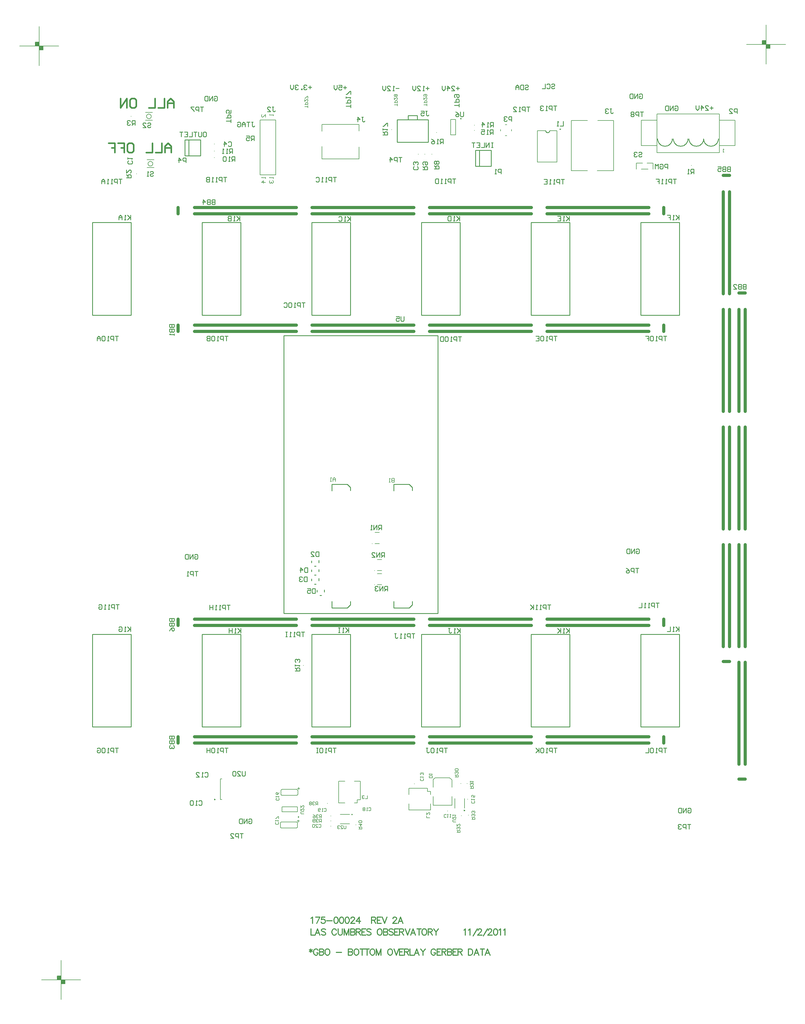
<source format=gbo>
%FSLAX23Y23*%
%MOIN*%
G70*
G01*
G75*
G04 Layer_Color=32896*
%ADD10R,0.035X0.037*%
%ADD11R,0.035X0.037*%
%ADD12O,0.079X0.024*%
%ADD13R,0.036X0.028*%
%ADD14R,0.036X0.036*%
%ADD15R,0.050X0.050*%
%ADD16O,0.028X0.098*%
%ADD17R,0.126X0.071*%
%ADD18R,0.050X0.050*%
%ADD19C,0.010*%
%ADD20C,0.050*%
%ADD21C,0.008*%
%ADD22C,0.005*%
%ADD23C,0.012*%
%ADD24C,0.006*%
%ADD25C,0.012*%
%ADD26C,0.012*%
%ADD27C,0.079*%
%ADD28C,0.157*%
%ADD29C,0.020*%
%ADD30C,0.039*%
%ADD31C,0.220*%
%ADD32C,0.085*%
%ADD33C,0.055*%
%ADD34C,0.116*%
%ADD35R,0.055X0.055*%
%ADD36R,0.098X0.098*%
%ADD37C,0.098*%
%ADD38C,0.059*%
%ADD39C,0.080*%
%ADD40C,0.065*%
%ADD41C,0.055*%
%ADD42R,0.098X0.098*%
%ADD43R,0.059X0.059*%
%ADD44R,0.070X0.070*%
%ADD45C,0.070*%
%ADD46C,0.040*%
%ADD47C,0.110*%
%ADD48C,0.217*%
%ADD49C,0.200*%
%ADD50C,0.026*%
%ADD51C,0.050*%
%ADD52C,0.024*%
%ADD53C,0.025*%
%ADD54C,0.040*%
%ADD55C,0.076*%
%ADD56C,0.131*%
%ADD57C,0.080*%
%ADD58C,0.206*%
%ADD59C,0.102*%
%ADD60C,0.075*%
%ADD61C,0.168*%
%ADD62C,0.091*%
%ADD63C,0.138*%
%ADD64C,0.092*%
G04:AMPARAMS|DCode=65|XSize=100mil|YSize=100mil|CornerRadius=0mil|HoleSize=0mil|Usage=FLASHONLY|Rotation=0.000|XOffset=0mil|YOffset=0mil|HoleType=Round|Shape=Relief|Width=10mil|Gap=10mil|Entries=4|*
%AMTHD65*
7,0,0,0.100,0.080,0.010,45*
%
%ADD65THD65*%
%ADD66C,0.073*%
%ADD67C,0.099*%
%ADD68C,0.075*%
%ADD69C,0.168*%
%ADD70C,0.053*%
%ADD71C,0.068*%
G04:AMPARAMS|DCode=72|XSize=70mil|YSize=70mil|CornerRadius=0mil|HoleSize=0mil|Usage=FLASHONLY|Rotation=0.000|XOffset=0mil|YOffset=0mil|HoleType=Round|Shape=Relief|Width=10mil|Gap=10mil|Entries=4|*
%AMTHD72*
7,0,0,0.070,0.050,0.010,45*
%
%ADD72THD72*%
G04:AMPARAMS|DCode=73|XSize=111.181mil|YSize=111.181mil|CornerRadius=0mil|HoleSize=0mil|Usage=FLASHONLY|Rotation=0.000|XOffset=0mil|YOffset=0mil|HoleType=Round|Shape=Relief|Width=30mil|Gap=10mil|Entries=4|*
%AMTHD73*
7,0,0,0.111,0.091,0.030,45*
%
%ADD73THD73*%
G04:AMPARAMS|DCode=74|XSize=112mil|YSize=112mil|CornerRadius=0mil|HoleSize=0mil|Usage=FLASHONLY|Rotation=0.000|XOffset=0mil|YOffset=0mil|HoleType=Round|Shape=Relief|Width=30mil|Gap=10mil|Entries=4|*
%AMTHD74*
7,0,0,0.112,0.092,0.030,45*
%
%ADD74THD74*%
G04:AMPARAMS|DCode=75|XSize=119.055mil|YSize=119.055mil|CornerRadius=0mil|HoleSize=0mil|Usage=FLASHONLY|Rotation=0.000|XOffset=0mil|YOffset=0mil|HoleType=Round|Shape=Relief|Width=30mil|Gap=10mil|Entries=4|*
%AMTHD75*
7,0,0,0.119,0.099,0.030,45*
%
%ADD75THD75*%
G04:AMPARAMS|DCode=76|XSize=100mil|YSize=100mil|CornerRadius=0mil|HoleSize=0mil|Usage=FLASHONLY|Rotation=0.000|XOffset=0mil|YOffset=0mil|HoleType=Round|Shape=Relief|Width=30mil|Gap=10mil|Entries=4|*
%AMTHD76*
7,0,0,0.100,0.080,0.030,45*
%
%ADD76THD76*%
G04:AMPARAMS|DCode=77|XSize=130mil|YSize=130mil|CornerRadius=0mil|HoleSize=0mil|Usage=FLASHONLY|Rotation=0.000|XOffset=0mil|YOffset=0mil|HoleType=Round|Shape=Relief|Width=30mil|Gap=10mil|Entries=4|*
%AMTHD77*
7,0,0,0.130,0.110,0.030,45*
%
%ADD77THD77*%
G04:AMPARAMS|DCode=78|XSize=88mil|YSize=88mil|CornerRadius=0mil|HoleSize=0mil|Usage=FLASHONLY|Rotation=0.000|XOffset=0mil|YOffset=0mil|HoleType=Round|Shape=Relief|Width=30mil|Gap=10mil|Entries=4|*
%AMTHD78*
7,0,0,0.088,0.068,0.030,45*
%
%ADD78THD78*%
G04:AMPARAMS|DCode=79|XSize=70mil|YSize=70mil|CornerRadius=0mil|HoleSize=0mil|Usage=FLASHONLY|Rotation=0.000|XOffset=0mil|YOffset=0mil|HoleType=Round|Shape=Relief|Width=30mil|Gap=10mil|Entries=4|*
%AMTHD79*
7,0,0,0.070,0.050,0.030,45*
%
%ADD79THD79*%
G04:AMPARAMS|DCode=80|XSize=96.221mil|YSize=96.221mil|CornerRadius=0mil|HoleSize=0mil|Usage=FLASHONLY|Rotation=0.000|XOffset=0mil|YOffset=0mil|HoleType=Round|Shape=Relief|Width=10mil|Gap=10mil|Entries=4|*
%AMTHD80*
7,0,0,0.096,0.076,0.010,45*
%
%ADD80THD80*%
G04:AMPARAMS|DCode=81|XSize=150.551mil|YSize=150.551mil|CornerRadius=0mil|HoleSize=0mil|Usage=FLASHONLY|Rotation=0.000|XOffset=0mil|YOffset=0mil|HoleType=Round|Shape=Relief|Width=10mil|Gap=10mil|Entries=4|*
%AMTHD81*
7,0,0,0.151,0.131,0.010,45*
%
%ADD81THD81*%
G04:AMPARAMS|DCode=82|XSize=122mil|YSize=122mil|CornerRadius=0mil|HoleSize=0mil|Usage=FLASHONLY|Rotation=0.000|XOffset=0mil|YOffset=0mil|HoleType=Round|Shape=Relief|Width=10mil|Gap=10mil|Entries=4|*
%AMTHD82*
7,0,0,0.122,0.102,0.010,45*
%
%ADD82THD82*%
G04:AMPARAMS|DCode=83|XSize=95mil|YSize=95mil|CornerRadius=0mil|HoleSize=0mil|Usage=FLASHONLY|Rotation=0.000|XOffset=0mil|YOffset=0mil|HoleType=Round|Shape=Relief|Width=10mil|Gap=10mil|Entries=4|*
%AMTHD83*
7,0,0,0.095,0.075,0.010,45*
%
%ADD83THD83*%
G04:AMPARAMS|DCode=84|XSize=112mil|YSize=112mil|CornerRadius=0mil|HoleSize=0mil|Usage=FLASHONLY|Rotation=0.000|XOffset=0mil|YOffset=0mil|HoleType=Round|Shape=Relief|Width=10mil|Gap=10mil|Entries=4|*
%AMTHD84*
7,0,0,0.112,0.092,0.010,45*
%
%ADD84THD84*%
G04:AMPARAMS|DCode=85|XSize=93.465mil|YSize=93.465mil|CornerRadius=0mil|HoleSize=0mil|Usage=FLASHONLY|Rotation=0.000|XOffset=0mil|YOffset=0mil|HoleType=Round|Shape=Relief|Width=10mil|Gap=10mil|Entries=4|*
%AMTHD85*
7,0,0,0.093,0.073,0.010,45*
%
%ADD85THD85*%
G04:AMPARAMS|DCode=86|XSize=95.433mil|YSize=95.433mil|CornerRadius=0mil|HoleSize=0mil|Usage=FLASHONLY|Rotation=0.000|XOffset=0mil|YOffset=0mil|HoleType=Round|Shape=Relief|Width=10mil|Gap=10mil|Entries=4|*
%AMTHD86*
7,0,0,0.095,0.075,0.010,45*
%
%ADD86THD86*%
G04:AMPARAMS|DCode=87|XSize=72.992mil|YSize=72.992mil|CornerRadius=0mil|HoleSize=0mil|Usage=FLASHONLY|Rotation=0.000|XOffset=0mil|YOffset=0mil|HoleType=Round|Shape=Relief|Width=10mil|Gap=10mil|Entries=4|*
%AMTHD87*
7,0,0,0.073,0.053,0.010,45*
%
%ADD87THD87*%
G04:AMPARAMS|DCode=88|XSize=88mil|YSize=88mil|CornerRadius=0mil|HoleSize=0mil|Usage=FLASHONLY|Rotation=0.000|XOffset=0mil|YOffset=0mil|HoleType=Round|Shape=Relief|Width=10mil|Gap=10mil|Entries=4|*
%AMTHD88*
7,0,0,0.088,0.068,0.010,45*
%
%ADD88THD88*%
%ADD89R,0.272X0.268*%
%ADD90R,0.075X0.037*%
%ADD91R,0.025X0.100*%
%ADD92R,0.057X0.012*%
%ADD93R,0.025X0.185*%
%ADD94R,0.020X0.020*%
%ADD95R,0.016X0.020*%
%ADD96R,0.070X0.135*%
%ADD97R,0.078X0.048*%
%ADD98R,0.063X0.075*%
%ADD99R,0.045X0.017*%
%ADD100R,0.059X0.087*%
%ADD101R,0.126X0.060*%
%ADD102O,0.027X0.010*%
%ADD103R,0.065X0.094*%
%ADD104O,0.010X0.024*%
%ADD105R,0.094X0.065*%
%ADD106R,0.039X0.059*%
%ADD107R,0.040X0.067*%
%ADD108R,0.059X0.051*%
%ADD109R,0.070X0.025*%
%ADD110O,0.098X0.028*%
%ADD111R,0.051X0.059*%
%ADD112R,0.087X0.059*%
%ADD113C,0.020*%
%ADD114C,0.030*%
%ADD115C,0.010*%
%ADD116C,0.010*%
%ADD117C,0.008*%
%ADD118C,0.007*%
%ADD119R,0.384X0.322*%
%ADD120R,0.043X0.045*%
%ADD121R,0.043X0.045*%
%ADD122O,0.087X0.032*%
%ADD123R,0.044X0.036*%
%ADD124R,0.044X0.044*%
%ADD125R,0.058X0.058*%
%ADD126O,0.036X0.106*%
%ADD127R,0.134X0.079*%
%ADD128R,0.058X0.058*%
%ADD129C,0.087*%
%ADD130C,0.165*%
%ADD131C,0.028*%
%ADD132C,0.047*%
%ADD133C,0.228*%
%ADD134C,0.093*%
%ADD135C,0.063*%
%ADD136C,0.124*%
%ADD137R,0.063X0.063*%
%ADD138R,0.106X0.106*%
%ADD139C,0.106*%
%ADD140C,0.067*%
%ADD141C,0.088*%
%ADD142C,0.073*%
%ADD143C,0.063*%
%ADD144R,0.106X0.106*%
%ADD145R,0.067X0.067*%
%ADD146R,0.078X0.078*%
%ADD147C,0.078*%
%ADD148C,0.048*%
%ADD149C,0.118*%
%ADD150C,0.225*%
%ADD151C,0.208*%
%ADD152C,0.058*%
%ADD153C,0.032*%
%ADD154R,2.051X0.460*%
%ADD155R,0.280X0.276*%
%ADD156R,0.083X0.045*%
%ADD157R,0.033X0.108*%
%ADD158R,0.061X0.016*%
%ADD159R,0.033X0.193*%
%ADD160R,0.028X0.028*%
%ADD161R,0.024X0.028*%
%ADD162R,0.078X0.143*%
%ADD163R,0.086X0.056*%
%ADD164R,0.071X0.083*%
%ADD165R,0.053X0.025*%
%ADD166R,0.067X0.095*%
%ADD167R,0.134X0.068*%
%ADD168O,0.035X0.018*%
%ADD169R,0.073X0.102*%
%ADD170O,0.018X0.032*%
%ADD171R,0.102X0.073*%
%ADD172R,0.047X0.067*%
%ADD173R,0.048X0.075*%
%ADD174R,0.067X0.059*%
%ADD175R,0.078X0.033*%
%ADD176O,0.106X0.036*%
%ADD177R,0.059X0.067*%
%ADD178R,0.095X0.067*%
%ADD179C,0.034*%
%ADD180C,0.007*%
%ADD181C,0.039*%
D19*
X36960Y27296D02*
X36960Y27286D01*
X36962Y27276D01*
X36965Y27266D01*
X36968Y27257D01*
X36973Y27248D01*
X36979Y27239D01*
X36985Y27232D01*
X36993Y27225D01*
X37001Y27218D01*
X37010Y27213D01*
X37019Y27209D01*
X37028Y27206D01*
X37038Y27204D01*
X37048Y27202D01*
X37059D01*
X37069Y27204D01*
X37079Y27206D01*
X37088Y27209D01*
X37098Y27213D01*
X37106Y27218D01*
X37114Y27225D01*
X37122Y27232D01*
X37128Y27239D01*
X37134Y27248D01*
X37139Y27257D01*
X37143Y27266D01*
X37145Y27276D01*
X37147Y27286D01*
X37147Y27296D01*
X37148Y27286D01*
X37150Y27276D01*
X37152Y27266D01*
X37156Y27257D01*
X37161Y27248D01*
X37167Y27239D01*
X37173Y27232D01*
X37181Y27225D01*
X37189Y27218D01*
X37197Y27213D01*
X37207Y27209D01*
X37216Y27206D01*
X37226Y27204D01*
X37236Y27202D01*
X37246D01*
X37257Y27204D01*
X37266Y27206D01*
X37276Y27209D01*
X37285Y27213D01*
X37294Y27218D01*
X37302Y27225D01*
X37310Y27232D01*
X37316Y27239D01*
X37322Y27248D01*
X37327Y27257D01*
X37330Y27266D01*
X37333Y27276D01*
X37335Y27286D01*
X37335Y27296D01*
X36760D02*
X36760Y27286D01*
X36762Y27276D01*
X36765Y27266D01*
X36768Y27257D01*
X36773Y27248D01*
X36779Y27239D01*
X36785Y27232D01*
X36793Y27225D01*
X36801Y27218D01*
X36810Y27213D01*
X36819Y27209D01*
X36828Y27206D01*
X36838Y27204D01*
X36848Y27202D01*
X36859D01*
X36869Y27204D01*
X36879Y27206D01*
X36888Y27209D01*
X36898Y27213D01*
X36906Y27218D01*
X36914Y27225D01*
X36922Y27232D01*
X36928Y27239D01*
X36934Y27248D01*
X36939Y27257D01*
X36943Y27266D01*
X36945Y27276D01*
X36947Y27286D01*
X36947Y27296D01*
X36560D02*
X36560Y27286D01*
X36562Y27276D01*
X36565Y27266D01*
X36568Y27257D01*
X36573Y27248D01*
X36579Y27239D01*
X36585Y27232D01*
X36593Y27225D01*
X36601Y27218D01*
X36610Y27213D01*
X36619Y27209D01*
X36628Y27206D01*
X36638Y27204D01*
X36648Y27202D01*
X36659D01*
X36669Y27204D01*
X36679Y27206D01*
X36688Y27209D01*
X36698Y27213D01*
X36706Y27218D01*
X36714Y27225D01*
X36722Y27232D01*
X36728Y27239D01*
X36734Y27248D01*
X36739Y27257D01*
X36743Y27266D01*
X36745Y27276D01*
X36747Y27286D01*
X36747Y27296D01*
X35322Y27419D02*
X35314Y27423D01*
Y27415D01*
X35322Y27419D01*
X35132Y27399D02*
X35134Y27390D01*
X35139Y27381D01*
X35147Y27376D01*
X35157Y27374D01*
X35167Y27376D01*
X35175Y27381D01*
X35180Y27390D01*
X35182Y27399D01*
X32250Y21471D02*
X32269D01*
X32214Y21514D02*
Y21538D01*
X32305Y21514D02*
Y21542D01*
X29346Y26227D02*
X29838D01*
X29346Y25046D02*
Y26227D01*
Y25046D02*
X29838D01*
Y26227D01*
X35438Y19795D02*
Y20976D01*
X34946Y19795D02*
X35438D01*
X34946D02*
Y20976D01*
X35438D01*
X30527Y27077D02*
Y27282D01*
X30727Y27077D02*
Y27282D01*
X30527D02*
X30727D01*
X30527Y27077D02*
X30727D01*
X30577D02*
Y27282D01*
X33235Y27396D02*
Y27540D01*
X33633D01*
Y27252D02*
Y27540D01*
X33235Y27252D02*
X33633D01*
X33235D02*
Y27396D01*
X33493Y27540D02*
Y27593D01*
X33375D02*
X33493D01*
X33375Y27540D02*
Y27593D01*
X34237Y26945D02*
Y27150D01*
X34437Y26945D02*
Y27150D01*
X34237D02*
X34437D01*
X34237Y26945D02*
X34437D01*
X34287D02*
Y27150D01*
X36346Y20976D02*
X36838D01*
X36346Y19795D02*
Y20976D01*
Y19795D02*
X36838D01*
Y20976D01*
X34038Y19795D02*
Y20976D01*
X33546Y19795D02*
X34038D01*
X33546D02*
Y20976D01*
X34038D01*
X32146D02*
X32638D01*
X32146Y19795D02*
Y20976D01*
Y19795D02*
X32638D01*
Y20976D01*
X31238Y19795D02*
Y20976D01*
X30746Y19795D02*
X31238D01*
X30746D02*
Y20976D01*
X31238D01*
X29346D02*
X29838D01*
X29346Y19795D02*
Y20976D01*
Y19795D02*
X29838D01*
Y20976D01*
X36838Y25046D02*
Y26227D01*
X36346Y25046D02*
X36838D01*
X36346D02*
Y26227D01*
X36838D01*
X34946D02*
X35438D01*
X34946Y25046D02*
Y26227D01*
Y25046D02*
X35438D01*
Y26227D01*
X34038Y25046D02*
Y26227D01*
X33546Y25046D02*
X34038D01*
X33546D02*
Y26227D01*
X34038D01*
X32146D02*
X32638D01*
X32146Y25046D02*
Y26227D01*
Y25046D02*
X32638D01*
Y26227D01*
X31238Y25046D02*
Y26227D01*
X30746Y25046D02*
X31238D01*
X30746D02*
Y26227D01*
X31238D01*
X32180Y21846D02*
X32199D01*
X32144Y21889D02*
Y21913D01*
X32235Y21889D02*
Y21917D01*
X32180Y21616D02*
X32199D01*
X32144Y21659D02*
Y21683D01*
X32235Y21659D02*
Y21687D01*
X32180Y21731D02*
X32199D01*
X32144Y21774D02*
Y21798D01*
X32235Y21774D02*
Y21802D01*
X32782Y27572D02*
X32802D01*
X32792D01*
Y27522D01*
X32802Y27512D01*
X32812D01*
X32822Y27522D01*
X32732Y27512D02*
Y27572D01*
X32762Y27542D01*
X32722D01*
X31295Y19230D02*
Y19180D01*
X31285Y19170D01*
X31265D01*
X31255Y19180D01*
Y19230D01*
X31195Y19170D02*
X31235D01*
X31195Y19210D01*
Y19220D01*
X31205Y19230D01*
X31225D01*
X31235Y19220D01*
X31175D02*
X31165Y19230D01*
X31145D01*
X31135Y19220D01*
Y19180D01*
X31145Y19170D01*
X31165D01*
X31175Y19180D01*
Y19220D01*
X33323Y25029D02*
Y24979D01*
X33313Y24969D01*
X33293D01*
X33283Y24979D01*
Y25029D01*
X33223D02*
X33263D01*
Y24999D01*
X33243Y25009D01*
X33233D01*
X33223Y24999D01*
Y24979D01*
X33233Y24969D01*
X33253D01*
X33263Y24979D01*
X32189Y21558D02*
Y21498D01*
X32159D01*
X32149Y21508D01*
Y21548D01*
X32159Y21558D01*
X32189D01*
X32089D02*
X32129D01*
Y21528D01*
X32109Y21538D01*
X32099D01*
X32089Y21528D01*
Y21508D01*
X32099Y21498D01*
X32119D01*
X32129Y21508D01*
X32643Y27691D02*
Y27731D01*
Y27711D01*
X32583D01*
Y27751D02*
X32643D01*
Y27781D01*
X32633Y27791D01*
X32613D01*
X32603Y27781D01*
Y27751D01*
X32583Y27811D02*
Y27831D01*
Y27821D01*
X32643D01*
X32633Y27811D01*
X32643Y27861D02*
Y27901D01*
X32633D01*
X32593Y27861D01*
X32583D01*
X35952Y27678D02*
X35972D01*
X35962D01*
Y27628D01*
X35972Y27618D01*
X35982D01*
X35992Y27628D01*
X35932Y27668D02*
X35922Y27678D01*
X35902D01*
X35892Y27668D01*
Y27658D01*
X35902Y27648D01*
X35912D01*
X35902D01*
X35892Y27638D01*
Y27628D01*
X35902Y27618D01*
X35922D01*
X35932Y27628D01*
X33037Y22309D02*
Y22369D01*
X33007D01*
X32997Y22359D01*
Y22339D01*
X33007Y22329D01*
X33037D01*
X33017D02*
X32997Y22309D01*
X32977D02*
Y22369D01*
X32937Y22309D01*
Y22369D01*
X32917Y22309D02*
X32897D01*
X32907D01*
Y22369D01*
X32917Y22359D01*
X29833Y26322D02*
Y26262D01*
Y26282D01*
X29793Y26322D01*
X29823Y26292D01*
X29793Y26262D01*
X29773D02*
X29753D01*
X29763D01*
Y26322D01*
X29773Y26312D01*
X29723Y26262D02*
Y26302D01*
X29703Y26322D01*
X29683Y26302D01*
Y26262D01*
Y26292D01*
X29723D01*
X35432Y21051D02*
Y20991D01*
Y21011D01*
X35392Y21051D01*
X35422Y21021D01*
X35392Y20991D01*
X35372D02*
X35352D01*
X35362D01*
Y21051D01*
X35372Y21041D01*
X35322Y21051D02*
Y20991D01*
Y21011D01*
X35282Y21051D01*
X35312Y21021D01*
X35282Y20991D01*
X30693Y21779D02*
X30653D01*
X30673D01*
Y21719D01*
X30633D02*
Y21779D01*
X30603D01*
X30593Y21769D01*
Y21749D01*
X30603Y21739D01*
X30633D01*
X30573Y21719D02*
X30553D01*
X30563D01*
Y21779D01*
X30573Y21769D01*
X34697Y27517D02*
Y27577D01*
X34668D01*
X34658Y27567D01*
Y27547D01*
X34668Y27537D01*
X34697D01*
X34638Y27567D02*
X34628Y27577D01*
X34608D01*
X34598Y27567D01*
Y27557D01*
X34608Y27547D01*
X34618D01*
X34608D01*
X34598Y27537D01*
Y27527D01*
X34608Y27517D01*
X34628D01*
X34638Y27527D01*
X37575Y27617D02*
Y27677D01*
X37545D01*
X37535Y27667D01*
Y27647D01*
X37545Y27637D01*
X37575D01*
X37475Y27617D02*
X37515D01*
X37475Y27657D01*
Y27667D01*
X37485Y27677D01*
X37505D01*
X37515Y27667D01*
X31639Y27703D02*
X31659D01*
X31649D01*
Y27653D01*
X31659Y27643D01*
X31669D01*
X31679Y27653D01*
X31579Y27643D02*
X31619D01*
X31579Y27683D01*
Y27693D01*
X31589Y27703D01*
X31609D01*
X31619Y27693D01*
X30538Y26991D02*
Y27051D01*
X30508D01*
X30498Y27041D01*
Y27021D01*
X30508Y27011D01*
X30538D01*
X30448Y26991D02*
Y27051D01*
X30478Y27021D01*
X30438D01*
X33601Y27647D02*
X33621D01*
X33611D01*
Y27597D01*
X33621Y27587D01*
X33631D01*
X33641Y27597D01*
X33541Y27647D02*
X33581D01*
Y27617D01*
X33561Y27627D01*
X33551D01*
X33541Y27617D01*
Y27597D01*
X33551Y27587D01*
X33571D01*
X33581Y27597D01*
X36319Y27116D02*
X36329Y27126D01*
X36349D01*
X36359Y27116D01*
Y27106D01*
X36349Y27096D01*
X36329D01*
X36319Y27086D01*
Y27076D01*
X36329Y27066D01*
X36349D01*
X36359Y27076D01*
X36299Y27116D02*
X36289Y27126D01*
X36269D01*
X36259Y27116D01*
Y27106D01*
X36269Y27096D01*
X36279D01*
X36269D01*
X36259Y27086D01*
Y27076D01*
X36269Y27066D01*
X36289D01*
X36299Y27076D01*
X30331Y24928D02*
X30390D01*
Y24899D01*
X30381Y24889D01*
X30371D01*
X30361Y24899D01*
Y24928D01*
Y24899D01*
X30351Y24889D01*
X30341D01*
X30331Y24899D01*
Y24928D01*
Y24869D02*
X30390D01*
Y24839D01*
X30381Y24829D01*
X30371D01*
X30361Y24839D01*
Y24869D01*
Y24839D01*
X30351Y24829D01*
X30341D01*
X30331Y24839D01*
Y24869D01*
X30390Y24809D02*
Y24789D01*
Y24799D01*
X30331D01*
X30341Y24809D01*
X30084Y26867D02*
X30094Y26877D01*
X30114D01*
X30124Y26867D01*
Y26857D01*
X30114Y26847D01*
X30094D01*
X30084Y26837D01*
Y26827D01*
X30094Y26817D01*
X30114D01*
X30124Y26827D01*
X30064Y26817D02*
X30044D01*
X30054D01*
Y26877D01*
X30064Y26867D01*
X29847Y27015D02*
X29857Y27005D01*
Y26985D01*
X29847Y26975D01*
X29807D01*
X29797Y26985D01*
Y27005D01*
X29807Y27015D01*
X29797Y27035D02*
Y27055D01*
Y27045D01*
X29857D01*
X29847Y27035D01*
X35356Y27519D02*
Y27459D01*
X35316D01*
X35296D02*
X35276D01*
X35286D01*
Y27519D01*
X35296Y27509D01*
X34084Y27640D02*
Y27590D01*
X34074Y27580D01*
X34054D01*
X34044Y27590D01*
Y27640D01*
X33984D02*
X34004Y27630D01*
X34024Y27610D01*
Y27590D01*
X34014Y27580D01*
X33994D01*
X33984Y27590D01*
Y27600D01*
X33994Y27610D01*
X34024D01*
X33052Y27344D02*
X33112D01*
Y27374D01*
X33102Y27384D01*
X33082D01*
X33072Y27374D01*
Y27344D01*
Y27364D02*
X33052Y27384D01*
Y27404D02*
Y27424D01*
Y27414D01*
X33112D01*
X33102Y27404D01*
X33112Y27454D02*
Y27494D01*
X33102D01*
X33062Y27454D01*
X33052D01*
X33824Y27231D02*
Y27291D01*
X33794D01*
X33784Y27281D01*
Y27261D01*
X33794Y27251D01*
X33824D01*
X33804D02*
X33784Y27231D01*
X33764D02*
X33744D01*
X33754D01*
Y27291D01*
X33764Y27281D01*
X33674Y27291D02*
X33694Y27281D01*
X33714Y27261D01*
Y27241D01*
X33704Y27231D01*
X33684D01*
X33674Y27241D01*
Y27251D01*
X33684Y27261D01*
X33714D01*
X34461Y27352D02*
Y27412D01*
X34431D01*
X34421Y27402D01*
Y27382D01*
X34431Y27372D01*
X34461D01*
X34441D02*
X34421Y27352D01*
X34401D02*
X34381D01*
X34391D01*
Y27412D01*
X34401Y27402D01*
X34311Y27412D02*
X34351D01*
Y27382D01*
X34331Y27392D01*
X34321D01*
X34311Y27382D01*
Y27362D01*
X34321Y27352D01*
X34341D01*
X34351Y27362D01*
X34463Y27446D02*
Y27506D01*
X34433D01*
X34423Y27496D01*
Y27476D01*
X34433Y27466D01*
X34463D01*
X34443D02*
X34423Y27446D01*
X34403D02*
X34383D01*
X34393D01*
Y27506D01*
X34403Y27496D01*
X34323Y27446D02*
Y27506D01*
X34353Y27476D01*
X34313D01*
X30778Y19205D02*
X30788Y19215D01*
X30808D01*
X30818Y19205D01*
Y19165D01*
X30808Y19155D01*
X30788D01*
X30778Y19165D01*
X30758Y19155D02*
X30738D01*
X30748D01*
Y19215D01*
X30758Y19205D01*
X30668Y19155D02*
X30708D01*
X30668Y19195D01*
Y19205D01*
X30678Y19215D01*
X30698D01*
X30708Y19205D01*
X35273Y27716D02*
X35233D01*
X35253D01*
Y27656D01*
X35213D02*
Y27716D01*
X35183D01*
X35173Y27706D01*
Y27686D01*
X35183Y27676D01*
X35213D01*
X35153Y27656D02*
X35133D01*
X35143D01*
Y27716D01*
X35153Y27706D01*
X35103D02*
X35093Y27716D01*
X35073D01*
X35063Y27706D01*
Y27696D01*
X35073Y27686D01*
X35083D01*
X35073D01*
X35063Y27676D01*
Y27666D01*
X35073Y27656D01*
X35093D01*
X35103Y27666D01*
X34931Y27702D02*
X34891D01*
X34911D01*
Y27642D01*
X34871D02*
Y27702D01*
X34841D01*
X34831Y27692D01*
Y27672D01*
X34841Y27662D01*
X34871D01*
X34811Y27642D02*
X34791D01*
X34801D01*
Y27702D01*
X34811Y27692D01*
X34721Y27642D02*
X34761D01*
X34721Y27682D01*
Y27692D01*
X34731Y27702D01*
X34751D01*
X34761Y27692D01*
X34026Y27701D02*
Y27741D01*
Y27721D01*
X33966D01*
Y27761D02*
X34026D01*
Y27791D01*
X34016Y27801D01*
X33996D01*
X33986Y27791D01*
Y27761D01*
X33976Y27821D02*
X33966Y27831D01*
Y27851D01*
X33976Y27861D01*
X34016D01*
X34026Y27851D01*
Y27831D01*
X34016Y27821D01*
X34006D01*
X33996Y27831D01*
Y27861D01*
X36381Y27639D02*
X36341D01*
X36361D01*
Y27579D01*
X36321D02*
Y27639D01*
X36291D01*
X36281Y27629D01*
Y27609D01*
X36291Y27599D01*
X36321D01*
X36261Y27629D02*
X36251Y27639D01*
X36231D01*
X36221Y27629D01*
Y27619D01*
X36231Y27609D01*
X36221Y27599D01*
Y27589D01*
X36231Y27579D01*
X36251D01*
X36261Y27589D01*
Y27599D01*
X36251Y27609D01*
X36261Y27619D01*
Y27629D01*
X36251Y27609D02*
X36231D01*
X30763Y27702D02*
X30723D01*
X30743D01*
Y27642D01*
X30703D02*
Y27702D01*
X30673D01*
X30663Y27692D01*
Y27672D01*
X30673Y27662D01*
X30703D01*
X30643Y27702D02*
X30603D01*
Y27692D01*
X30643Y27652D01*
Y27642D01*
X36320Y21817D02*
X36280D01*
X36300D01*
Y21757D01*
X36260D02*
Y21817D01*
X36230D01*
X36220Y21807D01*
Y21787D01*
X36230Y21777D01*
X36260D01*
X36160Y21817D02*
X36180Y21807D01*
X36200Y21787D01*
Y21767D01*
X36190Y21757D01*
X36170D01*
X36160Y21767D01*
Y21777D01*
X36170Y21787D01*
X36200D01*
X31114Y27503D02*
Y27543D01*
Y27523D01*
X31054D01*
Y27563D02*
X31114D01*
Y27593D01*
X31104Y27603D01*
X31084D01*
X31074Y27593D01*
Y27563D01*
X31114Y27663D02*
Y27623D01*
X31084D01*
X31094Y27643D01*
Y27653D01*
X31084Y27663D01*
X31064D01*
X31054Y27653D01*
Y27633D01*
X31064Y27623D01*
X33297Y27057D02*
X33257D01*
X33277D01*
Y26997D01*
X33237D02*
Y27057D01*
X33207D01*
X33197Y27047D01*
Y27027D01*
X33207Y27017D01*
X33237D01*
X33147Y26997D02*
Y27057D01*
X33177Y27027D01*
X33137D01*
X31132Y27107D02*
Y27167D01*
X31102D01*
X31092Y27157D01*
Y27137D01*
X31102Y27127D01*
X31132D01*
X31112D02*
X31092Y27107D01*
X31072D02*
X31052D01*
X31062D01*
Y27167D01*
X31072Y27157D01*
X31022Y27107D02*
X31002D01*
X31012D01*
Y27167D01*
X31022Y27157D01*
X31162Y27010D02*
Y27070D01*
X31132D01*
X31122Y27060D01*
Y27040D01*
X31132Y27030D01*
X31162D01*
X31142D02*
X31122Y27010D01*
X31102D02*
X31082D01*
X31092D01*
Y27070D01*
X31102Y27060D01*
X31052D02*
X31042Y27070D01*
X31022D01*
X31012Y27060D01*
Y27020D01*
X31022Y27010D01*
X31042D01*
X31052Y27020D01*
Y27060D01*
X33562Y26901D02*
X33622D01*
Y26931D01*
X33612Y26941D01*
X33592D01*
X33582Y26931D01*
Y26901D01*
Y26921D02*
X33562Y26941D01*
X33572Y26961D02*
X33562Y26971D01*
Y26991D01*
X33572Y27001D01*
X33612D01*
X33622Y26991D01*
Y26971D01*
X33612Y26961D01*
X33602D01*
X33592Y26971D01*
Y27001D01*
X33708Y26913D02*
X33768D01*
Y26943D01*
X33758Y26953D01*
X33738D01*
X33728Y26943D01*
Y26913D01*
Y26933D02*
X33708Y26953D01*
X33758Y26973D02*
X33768Y26983D01*
Y27003D01*
X33758Y27013D01*
X33748D01*
X33738Y27003D01*
X33728Y27013D01*
X33718D01*
X33708Y27003D01*
Y26983D01*
X33718Y26973D01*
X33728D01*
X33738Y26983D01*
X33748Y26973D01*
X33758D01*
X33738Y26983D02*
Y27003D01*
X34562Y26850D02*
Y26910D01*
X34532D01*
X34522Y26900D01*
Y26880D01*
X34532Y26870D01*
X34562D01*
X34502Y26850D02*
X34482D01*
X34492D01*
Y26910D01*
X34502Y26900D01*
X31081Y27249D02*
X31091Y27259D01*
X31111D01*
X31121Y27249D01*
Y27209D01*
X31111Y27199D01*
X31091D01*
X31081Y27209D01*
X31031Y27199D02*
Y27259D01*
X31061Y27229D01*
X31021D01*
X33493Y26942D02*
X33503Y26932D01*
Y26912D01*
X33493Y26902D01*
X33453D01*
X33443Y26912D01*
Y26932D01*
X33453Y26942D01*
X33493Y26962D02*
X33503Y26972D01*
Y26992D01*
X33493Y27002D01*
X33483D01*
X33473Y26992D01*
Y26982D01*
Y26992D01*
X33463Y27002D01*
X33453D01*
X33443Y26992D01*
Y26972D01*
X33453Y26962D01*
X30331Y21178D02*
X30390D01*
Y21149D01*
X30381Y21139D01*
X30371D01*
X30361Y21149D01*
Y21178D01*
Y21149D01*
X30351Y21139D01*
X30341D01*
X30331Y21149D01*
Y21178D01*
Y21119D02*
X30390D01*
Y21089D01*
X30381Y21079D01*
X30371D01*
X30361Y21089D01*
Y21119D01*
Y21089D01*
X30351Y21079D01*
X30341D01*
X30331Y21089D01*
Y21119D01*
Y21019D02*
X30341Y21039D01*
X30361Y21059D01*
X30381D01*
X30390Y21049D01*
Y21029D01*
X30381Y21019D01*
X30371D01*
X30361Y21029D01*
Y21059D01*
X37489Y26938D02*
Y26878D01*
X37460D01*
X37450Y26888D01*
Y26898D01*
X37460Y26908D01*
X37489D01*
X37460D01*
X37450Y26918D01*
Y26928D01*
X37460Y26938D01*
X37489D01*
X37430D02*
Y26878D01*
X37400D01*
X37390Y26888D01*
Y26898D01*
X37400Y26908D01*
X37430D01*
X37400D01*
X37390Y26918D01*
Y26928D01*
X37400Y26938D01*
X37430D01*
X37330D02*
X37370D01*
Y26908D01*
X37350Y26918D01*
X37340D01*
X37330Y26908D01*
Y26888D01*
X37340Y26878D01*
X37360D01*
X37370Y26888D01*
X30909Y26518D02*
Y26458D01*
X30879D01*
X30869Y26468D01*
Y26478D01*
X30879Y26488D01*
X30909D01*
X30879D01*
X30869Y26498D01*
Y26508D01*
X30879Y26518D01*
X30909D01*
X30849D02*
Y26458D01*
X30819D01*
X30809Y26468D01*
Y26478D01*
X30819Y26488D01*
X30849D01*
X30819D01*
X30809Y26498D01*
Y26508D01*
X30819Y26518D01*
X30849D01*
X30759Y26458D02*
Y26518D01*
X30789Y26488D01*
X30749D01*
X30331Y19678D02*
X30390D01*
Y19649D01*
X30381Y19639D01*
X30371D01*
X30361Y19649D01*
Y19678D01*
Y19649D01*
X30351Y19639D01*
X30341D01*
X30331Y19649D01*
Y19678D01*
Y19619D02*
X30390D01*
Y19589D01*
X30381Y19579D01*
X30371D01*
X30361Y19589D01*
Y19619D01*
Y19589D01*
X30351Y19579D01*
X30341D01*
X30331Y19589D01*
Y19619D01*
X30341Y19559D02*
X30331Y19549D01*
Y19529D01*
X30341Y19519D01*
X30351D01*
X30361Y19529D01*
Y19539D01*
Y19529D01*
X30371Y19519D01*
X30381D01*
X30390Y19529D01*
Y19549D01*
X30381Y19559D01*
X37689Y25438D02*
Y25378D01*
X37660D01*
X37650Y25388D01*
Y25398D01*
X37660Y25408D01*
X37689D01*
X37660D01*
X37650Y25418D01*
Y25428D01*
X37660Y25438D01*
X37689D01*
X37630D02*
Y25378D01*
X37600D01*
X37590Y25388D01*
Y25398D01*
X37600Y25408D01*
X37630D01*
X37600D01*
X37590Y25418D01*
Y25428D01*
X37600Y25438D01*
X37630D01*
X37530Y25378D02*
X37570D01*
X37530Y25418D01*
Y25428D01*
X37540Y25438D01*
X37560D01*
X37570Y25428D01*
X30048Y27487D02*
X30058Y27497D01*
X30078D01*
X30088Y27487D01*
Y27477D01*
X30078Y27467D01*
X30058D01*
X30048Y27457D01*
Y27447D01*
X30058Y27437D01*
X30078D01*
X30088Y27447D01*
X29988Y27437D02*
X30028D01*
X29988Y27477D01*
Y27487D01*
X29998Y27497D01*
X30018D01*
X30028Y27487D01*
X30704Y18846D02*
X30714Y18856D01*
X30734D01*
X30744Y18846D01*
Y18806D01*
X30734Y18796D01*
X30714D01*
X30704Y18806D01*
X30684Y18796D02*
X30664D01*
X30674D01*
Y18856D01*
X30684Y18846D01*
X30634D02*
X30624Y18856D01*
X30604D01*
X30594Y18846D01*
Y18806D01*
X30604Y18796D01*
X30624D01*
X30634Y18806D01*
Y18846D01*
X36579Y21375D02*
X36539D01*
X36559D01*
Y21315D01*
X36519D02*
Y21375D01*
X36489D01*
X36479Y21365D01*
Y21345D01*
X36489Y21335D01*
X36519D01*
X36459Y21315D02*
X36439D01*
X36449D01*
Y21375D01*
X36459Y21365D01*
X36409Y21315D02*
X36389D01*
X36399D01*
Y21375D01*
X36409Y21365D01*
X36359Y21375D02*
Y21315D01*
X36319D01*
X35196Y21351D02*
X35156D01*
X35176D01*
Y21291D01*
X35136D02*
Y21351D01*
X35106D01*
X35096Y21341D01*
Y21321D01*
X35106Y21311D01*
X35136D01*
X35076Y21291D02*
X35056D01*
X35066D01*
Y21351D01*
X35076Y21341D01*
X35026Y21291D02*
X35006D01*
X35016D01*
Y21351D01*
X35026Y21341D01*
X34976Y21351D02*
Y21291D01*
Y21311D01*
X34936Y21351D01*
X34966Y21321D01*
X34936Y21291D01*
X33461Y20986D02*
X33422D01*
X33442D01*
Y20926D01*
X33402D02*
Y20986D01*
X33372D01*
X33362Y20976D01*
Y20956D01*
X33372Y20946D01*
X33402D01*
X33342Y20926D02*
X33322D01*
X33332D01*
Y20986D01*
X33342Y20976D01*
X33292Y20926D02*
X33272D01*
X33282D01*
Y20986D01*
X33292Y20976D01*
X33202Y20986D02*
X33222D01*
X33212D01*
Y20936D01*
X33222Y20926D01*
X33232D01*
X33242Y20936D01*
X32052Y21006D02*
X32012D01*
X32032D01*
Y20946D01*
X31992D02*
Y21006D01*
X31962D01*
X31952Y20996D01*
Y20976D01*
X31962Y20966D01*
X31992D01*
X31932Y20946D02*
X31912D01*
X31922D01*
Y21006D01*
X31932Y20996D01*
X31882Y20946D02*
X31862D01*
X31872D01*
Y21006D01*
X31882Y20996D01*
X31832Y21006D02*
X31812D01*
X31822D01*
Y20946D01*
X31832D01*
X31812D01*
X31103Y21347D02*
X31063D01*
X31083D01*
Y21287D01*
X31043D02*
Y21347D01*
X31013D01*
X31003Y21337D01*
Y21317D01*
X31013Y21307D01*
X31043D01*
X30983Y21287D02*
X30963D01*
X30973D01*
Y21347D01*
X30983Y21337D01*
X30933Y21287D02*
X30913D01*
X30923D01*
Y21347D01*
X30933Y21337D01*
X30883Y21347D02*
Y21287D01*
Y21317D01*
X30843D01*
Y21347D01*
Y21287D01*
X29687Y21354D02*
X29647D01*
X29667D01*
Y21294D01*
X29627D02*
Y21354D01*
X29597D01*
X29587Y21344D01*
Y21324D01*
X29597Y21314D01*
X29627D01*
X29567Y21294D02*
X29547D01*
X29557D01*
Y21354D01*
X29567Y21344D01*
X29517Y21294D02*
X29497D01*
X29507D01*
Y21354D01*
X29517Y21344D01*
X29427D02*
X29437Y21354D01*
X29457D01*
X29467Y21344D01*
Y21304D01*
X29457Y21294D01*
X29437D01*
X29427Y21304D01*
Y21324D01*
X29447D01*
X36801Y26783D02*
X36761D01*
X36781D01*
Y26723D01*
X36741D02*
Y26783D01*
X36711D01*
X36701Y26773D01*
Y26753D01*
X36711Y26743D01*
X36741D01*
X36681Y26723D02*
X36661D01*
X36671D01*
Y26783D01*
X36681Y26773D01*
X36631Y26723D02*
X36611D01*
X36621D01*
Y26783D01*
X36631Y26773D01*
X36541Y26783D02*
X36581D01*
Y26753D01*
X36561D01*
X36581D01*
Y26723D01*
X35370Y26777D02*
X35330D01*
X35350D01*
Y26717D01*
X35310D02*
Y26777D01*
X35280D01*
X35270Y26767D01*
Y26747D01*
X35280Y26737D01*
X35310D01*
X35250Y26717D02*
X35230D01*
X35240D01*
Y26777D01*
X35250Y26767D01*
X35200Y26717D02*
X35180D01*
X35190D01*
Y26777D01*
X35200Y26767D01*
X35110Y26777D02*
X35150D01*
Y26717D01*
X35110D01*
X35150Y26747D02*
X35130D01*
X33984Y26785D02*
X33944D01*
X33964D01*
Y26725D01*
X33924D02*
Y26785D01*
X33894D01*
X33884Y26775D01*
Y26755D01*
X33894Y26745D01*
X33924D01*
X33864Y26725D02*
X33844D01*
X33854D01*
Y26785D01*
X33864Y26775D01*
X33814Y26725D02*
X33794D01*
X33804D01*
Y26785D01*
X33814Y26775D01*
X33764Y26785D02*
Y26725D01*
X33734D01*
X33724Y26735D01*
Y26775D01*
X33734Y26785D01*
X33764D01*
X32461Y26804D02*
X32421D01*
X32441D01*
Y26744D01*
X32401D02*
Y26804D01*
X32371D01*
X32361Y26794D01*
Y26774D01*
X32371Y26764D01*
X32401D01*
X32341Y26744D02*
X32321D01*
X32331D01*
Y26804D01*
X32341Y26794D01*
X32291Y26744D02*
X32271D01*
X32281D01*
Y26804D01*
X32291Y26794D01*
X32201D02*
X32211Y26804D01*
X32231D01*
X32241Y26794D01*
Y26754D01*
X32231Y26744D01*
X32211D01*
X32201Y26754D01*
X31061Y26804D02*
X31021D01*
X31041D01*
Y26744D01*
X31001D02*
Y26804D01*
X30971D01*
X30961Y26794D01*
Y26774D01*
X30971Y26764D01*
X31001D01*
X30941Y26744D02*
X30921D01*
X30931D01*
Y26804D01*
X30941Y26794D01*
X30891Y26744D02*
X30871D01*
X30881D01*
Y26804D01*
X30891Y26794D01*
X30841Y26804D02*
Y26744D01*
X30811D01*
X30801Y26754D01*
Y26764D01*
X30811Y26774D01*
X30841D01*
X30811D01*
X30801Y26784D01*
Y26794D01*
X30811Y26804D01*
X30841D01*
X29723Y26783D02*
X29683D01*
X29703D01*
Y26723D01*
X29663D02*
Y26783D01*
X29633D01*
X29623Y26773D01*
Y26753D01*
X29633Y26743D01*
X29663D01*
X29603Y26723D02*
X29583D01*
X29593D01*
Y26783D01*
X29603Y26773D01*
X29553Y26723D02*
X29533D01*
X29543D01*
Y26783D01*
X29553Y26773D01*
X29503Y26723D02*
Y26763D01*
X29483Y26783D01*
X29463Y26763D01*
Y26723D01*
Y26753D01*
X29503D01*
X36677Y19526D02*
X36637D01*
X36657D01*
Y19466D01*
X36617D02*
Y19526D01*
X36587D01*
X36577Y19516D01*
Y19496D01*
X36587Y19486D01*
X36617D01*
X36557Y19466D02*
X36537D01*
X36547D01*
Y19526D01*
X36557Y19516D01*
X36507D02*
X36497Y19526D01*
X36477D01*
X36467Y19516D01*
Y19476D01*
X36477Y19466D01*
X36497D01*
X36507Y19476D01*
Y19516D01*
X36447Y19526D02*
Y19466D01*
X36407D01*
X35277Y19526D02*
X35237D01*
X35257D01*
Y19466D01*
X35217D02*
Y19526D01*
X35187D01*
X35177Y19516D01*
Y19496D01*
X35187Y19486D01*
X35217D01*
X35157Y19466D02*
X35137D01*
X35147D01*
Y19526D01*
X35157Y19516D01*
X35107D02*
X35097Y19526D01*
X35077D01*
X35067Y19516D01*
Y19476D01*
X35077Y19466D01*
X35097D01*
X35107Y19476D01*
Y19516D01*
X35047Y19526D02*
Y19466D01*
Y19486D01*
X35007Y19526D01*
X35037Y19496D01*
X35007Y19466D01*
X33877Y19526D02*
X33837D01*
X33857D01*
Y19466D01*
X33817D02*
Y19526D01*
X33787D01*
X33777Y19516D01*
Y19496D01*
X33787Y19486D01*
X33817D01*
X33757Y19466D02*
X33737D01*
X33747D01*
Y19526D01*
X33757Y19516D01*
X33707D02*
X33697Y19526D01*
X33677D01*
X33667Y19516D01*
Y19476D01*
X33677Y19466D01*
X33697D01*
X33707Y19476D01*
Y19516D01*
X33607Y19526D02*
X33627D01*
X33617D01*
Y19476D01*
X33627Y19466D01*
X33637D01*
X33647Y19476D01*
X32457Y19526D02*
X32417D01*
X32437D01*
Y19466D01*
X32397D02*
Y19526D01*
X32367D01*
X32357Y19516D01*
Y19496D01*
X32367Y19486D01*
X32397D01*
X32337Y19466D02*
X32317D01*
X32327D01*
Y19526D01*
X32337Y19516D01*
X32287D02*
X32277Y19526D01*
X32257D01*
X32247Y19516D01*
Y19476D01*
X32257Y19466D01*
X32277D01*
X32287Y19476D01*
Y19516D01*
X32227Y19526D02*
X32207D01*
X32217D01*
Y19466D01*
X32227D01*
X32207D01*
X31077Y19526D02*
X31037D01*
X31057D01*
Y19466D01*
X31017D02*
Y19526D01*
X30987D01*
X30977Y19516D01*
Y19496D01*
X30987Y19486D01*
X31017D01*
X30957Y19466D02*
X30937D01*
X30947D01*
Y19526D01*
X30957Y19516D01*
X30907D02*
X30897Y19526D01*
X30877D01*
X30867Y19516D01*
Y19476D01*
X30877Y19466D01*
X30897D01*
X30907Y19476D01*
Y19516D01*
X30847Y19526D02*
Y19466D01*
Y19496D01*
X30807D01*
Y19526D01*
Y19466D01*
X29677Y19526D02*
X29637D01*
X29657D01*
Y19466D01*
X29617D02*
Y19526D01*
X29587D01*
X29577Y19516D01*
Y19496D01*
X29587Y19486D01*
X29617D01*
X29557Y19466D02*
X29537D01*
X29547D01*
Y19526D01*
X29557Y19516D01*
X29507D02*
X29497Y19526D01*
X29477D01*
X29467Y19516D01*
Y19476D01*
X29477Y19466D01*
X29497D01*
X29507Y19476D01*
Y19516D01*
X29407D02*
X29417Y19526D01*
X29437D01*
X29447Y19516D01*
Y19476D01*
X29437Y19466D01*
X29417D01*
X29407Y19476D01*
Y19496D01*
X29427D01*
X36677Y24777D02*
X36637D01*
X36657D01*
Y24717D01*
X36617D02*
Y24777D01*
X36587D01*
X36577Y24767D01*
Y24747D01*
X36587Y24737D01*
X36617D01*
X36557Y24717D02*
X36537D01*
X36547D01*
Y24777D01*
X36557Y24767D01*
X36507D02*
X36497Y24777D01*
X36477D01*
X36467Y24767D01*
Y24727D01*
X36477Y24717D01*
X36497D01*
X36507Y24727D01*
Y24767D01*
X36407Y24777D02*
X36447D01*
Y24747D01*
X36427D01*
X36447D01*
Y24717D01*
X35277Y24777D02*
X35237D01*
X35257D01*
Y24717D01*
X35217D02*
Y24777D01*
X35187D01*
X35177Y24767D01*
Y24747D01*
X35187Y24737D01*
X35217D01*
X35157Y24717D02*
X35137D01*
X35147D01*
Y24777D01*
X35157Y24767D01*
X35107D02*
X35097Y24777D01*
X35077D01*
X35067Y24767D01*
Y24727D01*
X35077Y24717D01*
X35097D01*
X35107Y24727D01*
Y24767D01*
X35007Y24777D02*
X35047D01*
Y24717D01*
X35007D01*
X35047Y24747D02*
X35027D01*
X34055Y24772D02*
X34015D01*
X34035D01*
Y24712D01*
X33995D02*
Y24772D01*
X33965D01*
X33955Y24762D01*
Y24742D01*
X33965Y24732D01*
X33995D01*
X33935Y24712D02*
X33915D01*
X33925D01*
Y24772D01*
X33935Y24762D01*
X33885D02*
X33875Y24772D01*
X33855D01*
X33845Y24762D01*
Y24722D01*
X33855Y24712D01*
X33875D01*
X33885Y24722D01*
Y24762D01*
X33825Y24772D02*
Y24712D01*
X33795D01*
X33785Y24722D01*
Y24762D01*
X33795Y24772D01*
X33825D01*
X32059Y25205D02*
X32019D01*
X32039D01*
Y25145D01*
X31999D02*
Y25205D01*
X31969D01*
X31959Y25195D01*
Y25175D01*
X31969Y25165D01*
X31999D01*
X31939Y25145D02*
X31919D01*
X31929D01*
Y25205D01*
X31939Y25195D01*
X31889D02*
X31879Y25205D01*
X31859D01*
X31849Y25195D01*
Y25155D01*
X31859Y25145D01*
X31879D01*
X31889Y25155D01*
Y25195D01*
X31789D02*
X31799Y25205D01*
X31819D01*
X31829Y25195D01*
Y25155D01*
X31819Y25145D01*
X31799D01*
X31789Y25155D01*
X31077Y24777D02*
X31037D01*
X31057D01*
Y24717D01*
X31017D02*
Y24777D01*
X30987D01*
X30977Y24767D01*
Y24747D01*
X30987Y24737D01*
X31017D01*
X30957Y24717D02*
X30937D01*
X30947D01*
Y24777D01*
X30957Y24767D01*
X30907D02*
X30897Y24777D01*
X30877D01*
X30867Y24767D01*
Y24727D01*
X30877Y24717D01*
X30897D01*
X30907Y24727D01*
Y24767D01*
X30847Y24777D02*
Y24717D01*
X30817D01*
X30807Y24727D01*
Y24737D01*
X30817Y24747D01*
X30847D01*
X30817D01*
X30807Y24757D01*
Y24767D01*
X30817Y24777D01*
X30847D01*
X29677D02*
X29637D01*
X29657D01*
Y24717D01*
X29617D02*
Y24777D01*
X29587D01*
X29577Y24767D01*
Y24747D01*
X29587Y24737D01*
X29617D01*
X29557Y24717D02*
X29537D01*
X29547D01*
Y24777D01*
X29557Y24767D01*
X29507D02*
X29497Y24777D01*
X29477D01*
X29467Y24767D01*
Y24727D01*
X29477Y24717D01*
X29497D01*
X29507Y24727D01*
Y24767D01*
X29447Y24717D02*
Y24757D01*
X29427Y24777D01*
X29407Y24757D01*
Y24717D01*
Y24747D01*
X29447D01*
X36984Y18551D02*
X36944D01*
X36964D01*
Y18491D01*
X36924D02*
Y18551D01*
X36894D01*
X36884Y18541D01*
Y18521D01*
X36894Y18511D01*
X36924D01*
X36864Y18541D02*
X36854Y18551D01*
X36834D01*
X36824Y18541D01*
Y18531D01*
X36834Y18521D01*
X36844D01*
X36834D01*
X36824Y18511D01*
Y18501D01*
X36834Y18491D01*
X36854D01*
X36864Y18501D01*
X31268Y18435D02*
X31228D01*
X31248D01*
Y18375D01*
X31208D02*
Y18435D01*
X31178D01*
X31168Y18425D01*
Y18405D01*
X31178Y18395D01*
X31208D01*
X31108Y18375D02*
X31148D01*
X31108Y18415D01*
Y18425D01*
X31118Y18435D01*
X31138D01*
X31148Y18425D01*
X33114Y21530D02*
Y21590D01*
X33084D01*
X33074Y21580D01*
Y21560D01*
X33084Y21550D01*
X33114D01*
X33094D02*
X33074Y21530D01*
X33054D02*
Y21590D01*
X33014Y21530D01*
Y21590D01*
X32994Y21580D02*
X32984Y21590D01*
X32964D01*
X32954Y21580D01*
Y21570D01*
X32964Y21560D01*
X32974D01*
X32964D01*
X32954Y21550D01*
Y21540D01*
X32964Y21530D01*
X32984D01*
X32994Y21540D01*
X33072Y21960D02*
Y22020D01*
X33042D01*
X33032Y22010D01*
Y21990D01*
X33042Y21980D01*
X33072D01*
X33052D02*
X33032Y21960D01*
X33012D02*
Y22020D01*
X32972Y21960D01*
Y22020D01*
X32912Y21960D02*
X32952D01*
X32912Y22000D01*
Y22010D01*
X32922Y22020D01*
X32942D01*
X32952Y22010D01*
X31410Y27271D02*
Y27331D01*
X31380D01*
X31370Y27321D01*
Y27301D01*
X31380Y27291D01*
X31410D01*
X31390D02*
X31370Y27271D01*
X31310Y27331D02*
X31350D01*
Y27301D01*
X31330Y27311D01*
X31320D01*
X31310Y27301D01*
Y27281D01*
X31320Y27271D01*
X31340D01*
X31350Y27281D01*
X29891Y27467D02*
Y27527D01*
X29861D01*
X29851Y27517D01*
Y27497D01*
X29861Y27487D01*
X29891D01*
X29871D02*
X29851Y27467D01*
X29831Y27517D02*
X29821Y27527D01*
X29801D01*
X29791Y27517D01*
Y27507D01*
X29801Y27497D01*
X29811D01*
X29801D01*
X29791Y27487D01*
Y27477D01*
X29801Y27467D01*
X29821D01*
X29831Y27477D01*
X29781Y26798D02*
X29841D01*
Y26828D01*
X29831Y26838D01*
X29811D01*
X29801Y26828D01*
Y26798D01*
Y26818D02*
X29781Y26838D01*
Y26898D02*
Y26858D01*
X29821Y26898D01*
X29831D01*
X29841Y26888D01*
Y26868D01*
X29831Y26858D01*
X37023Y26849D02*
Y26909D01*
X36993D01*
X36983Y26899D01*
Y26879D01*
X36993Y26869D01*
X37023D01*
X37003D02*
X36983Y26849D01*
X36963D02*
X36943D01*
X36953D01*
Y26909D01*
X36963Y26899D01*
X36833Y21071D02*
Y21011D01*
Y21031D01*
X36793Y21071D01*
X36823Y21041D01*
X36793Y21011D01*
X36773D02*
X36753D01*
X36763D01*
Y21071D01*
X36773Y21061D01*
X36723Y21071D02*
Y21011D01*
X36683D01*
X34038Y21053D02*
Y20993D01*
Y21013D01*
X33998Y21053D01*
X34028Y21023D01*
X33998Y20993D01*
X33978D02*
X33958D01*
X33968D01*
Y21053D01*
X33978Y21043D01*
X33888Y21053D02*
X33908D01*
X33898D01*
Y21003D01*
X33908Y20993D01*
X33918D01*
X33928Y21003D01*
X32616Y21060D02*
Y21000D01*
Y21020D01*
X32576Y21060D01*
X32606Y21030D01*
X32576Y21000D01*
X32556D02*
X32536D01*
X32546D01*
Y21060D01*
X32556Y21050D01*
X32506Y21060D02*
X32486D01*
X32496D01*
Y21000D01*
X32506D01*
X32486D01*
X31239Y21053D02*
Y20993D01*
Y21013D01*
X31199Y21053D01*
X31229Y21023D01*
X31199Y20993D01*
X31179D02*
X31159D01*
X31169D01*
Y21053D01*
X31179Y21043D01*
X31129Y21053D02*
Y20993D01*
Y21023D01*
X31089D01*
Y21053D01*
Y20993D01*
X29833Y21071D02*
Y21011D01*
Y21031D01*
X29793Y21071D01*
X29823Y21041D01*
X29793Y21011D01*
X29773D02*
X29753D01*
X29763D01*
Y21071D01*
X29773Y21061D01*
X29683D02*
X29693Y21071D01*
X29713D01*
X29723Y21061D01*
Y21021D01*
X29713Y21011D01*
X29693D01*
X29683Y21021D01*
Y21041D01*
X29703D01*
X36833Y26322D02*
Y26262D01*
Y26282D01*
X36793Y26322D01*
X36823Y26292D01*
X36793Y26262D01*
X36773D02*
X36753D01*
X36763D01*
Y26322D01*
X36773Y26312D01*
X36683Y26322D02*
X36723D01*
Y26292D01*
X36703D01*
X36723D01*
Y26262D01*
X35432Y26308D02*
Y26248D01*
Y26268D01*
X35392Y26308D01*
X35422Y26278D01*
X35392Y26248D01*
X35372D02*
X35352D01*
X35362D01*
Y26308D01*
X35372Y26298D01*
X35282Y26308D02*
X35322D01*
Y26248D01*
X35282D01*
X35322Y26278D02*
X35302D01*
X34034Y26307D02*
Y26247D01*
Y26267D01*
X33994Y26307D01*
X34024Y26277D01*
X33994Y26247D01*
X33974D02*
X33954D01*
X33964D01*
Y26307D01*
X33974Y26297D01*
X33924Y26307D02*
Y26247D01*
X33894D01*
X33884Y26257D01*
Y26297D01*
X33894Y26307D01*
X33924D01*
X32639Y26304D02*
Y26244D01*
Y26264D01*
X32599Y26304D01*
X32629Y26274D01*
X32599Y26244D01*
X32579D02*
X32559D01*
X32569D01*
Y26304D01*
X32579Y26294D01*
X32489D02*
X32499Y26304D01*
X32519D01*
X32529Y26294D01*
Y26254D01*
X32519Y26244D01*
X32499D01*
X32489Y26254D01*
X31225Y26309D02*
Y26249D01*
Y26269D01*
X31185Y26309D01*
X31215Y26279D01*
X31185Y26249D01*
X31165D02*
X31145D01*
X31155D01*
Y26309D01*
X31165Y26299D01*
X31115Y26309D02*
Y26249D01*
X31085D01*
X31075Y26259D01*
Y26269D01*
X31085Y26279D01*
X31115D01*
X31085D01*
X31075Y26289D01*
Y26299D01*
X31085Y26309D01*
X31115D01*
X32235Y22028D02*
Y21968D01*
X32205D01*
X32195Y21978D01*
Y22018D01*
X32205Y22028D01*
X32235D01*
X32135Y21968D02*
X32175D01*
X32135Y22008D01*
Y22018D01*
X32145Y22028D01*
X32165D01*
X32175Y22018D01*
X32087Y21710D02*
Y21650D01*
X32057D01*
X32047Y21660D01*
Y21700D01*
X32057Y21710D01*
X32087D01*
X32027Y21700D02*
X32017Y21710D01*
X31997D01*
X31987Y21700D01*
Y21690D01*
X31997Y21680D01*
X32007D01*
X31997D01*
X31987Y21670D01*
Y21660D01*
X31997Y21650D01*
X32017D01*
X32027Y21660D01*
X32093Y21825D02*
Y21765D01*
X32063D01*
X32053Y21775D01*
Y21815D01*
X32063Y21825D01*
X32093D01*
X32003Y21765D02*
Y21825D01*
X32033Y21795D01*
X31993D01*
X31933Y20509D02*
X31993D01*
Y20539D01*
X31983Y20549D01*
X31963D01*
X31953Y20539D01*
Y20509D01*
Y20529D02*
X31933Y20549D01*
Y20569D02*
Y20589D01*
Y20579D01*
X31993D01*
X31983Y20569D01*
Y20619D02*
X31993Y20629D01*
Y20649D01*
X31983Y20659D01*
X31973D01*
X31963Y20649D01*
Y20639D01*
Y20649D01*
X31953Y20659D01*
X31943D01*
X31933Y20649D01*
Y20629D01*
X31943Y20619D01*
X30770Y27382D02*
X30790D01*
X30800Y27372D01*
Y27332D01*
X30790Y27322D01*
X30770D01*
X30760Y27332D01*
Y27372D01*
X30770Y27382D01*
X30740D02*
Y27332D01*
X30730Y27322D01*
X30710D01*
X30700Y27332D01*
Y27382D01*
X30680D02*
X30640D01*
X30660D01*
Y27322D01*
X30620Y27382D02*
Y27322D01*
X30580D01*
X30520Y27382D02*
X30560D01*
Y27322D01*
X30520D01*
X30560Y27352D02*
X30540D01*
X30500Y27382D02*
X30460D01*
X30480D01*
Y27322D01*
X34458Y27244D02*
X34438D01*
X34448D01*
Y27184D01*
X34458D01*
X34438D01*
X34408D02*
Y27244D01*
X34368Y27184D01*
Y27244D01*
X34348D02*
Y27184D01*
X34308D01*
X34248Y27244D02*
X34288D01*
Y27184D01*
X34248D01*
X34288Y27214D02*
X34268D01*
X34228Y27244D02*
X34188D01*
X34208D01*
Y27184D01*
X31377Y27510D02*
X31397D01*
X31387D01*
Y27460D01*
X31397Y27450D01*
X31407D01*
X31417Y27460D01*
X31357Y27510D02*
X31317D01*
X31337D01*
Y27450D01*
X31297D02*
Y27490D01*
X31277Y27510D01*
X31257Y27490D01*
Y27450D01*
Y27480D01*
X31297D01*
X31197Y27500D02*
X31207Y27510D01*
X31227D01*
X31237Y27500D01*
Y27460D01*
X31227Y27450D01*
X31207D01*
X31197Y27460D01*
Y27480D01*
X31217D01*
X37270Y27690D02*
X37230D01*
X37250Y27710D02*
Y27670D01*
X37170Y27660D02*
X37210D01*
X37170Y27700D01*
Y27710D01*
X37180Y27720D01*
X37200D01*
X37210Y27710D01*
X37120Y27660D02*
Y27720D01*
X37150Y27690D01*
X37110D01*
X37090Y27720D02*
Y27680D01*
X37070Y27660D01*
X37050Y27680D01*
Y27720D01*
X36781Y27704D02*
X36791Y27714D01*
X36811D01*
X36821Y27704D01*
Y27664D01*
X36811Y27654D01*
X36791D01*
X36781Y27664D01*
Y27684D01*
X36801D01*
X36761Y27654D02*
Y27714D01*
X36721Y27654D01*
Y27714D01*
X36701D02*
Y27654D01*
X36671D01*
X36661Y27664D01*
Y27704D01*
X36671Y27714D01*
X36701D01*
X34028Y27937D02*
X33988D01*
X34008Y27957D02*
Y27917D01*
X33928Y27907D02*
X33968D01*
X33928Y27947D01*
Y27957D01*
X33938Y27967D01*
X33958D01*
X33968Y27957D01*
X33878Y27907D02*
Y27967D01*
X33908Y27937D01*
X33868D01*
X33848Y27967D02*
Y27927D01*
X33828Y27907D01*
X33808Y27927D01*
Y27967D01*
X33644Y27937D02*
X33604D01*
X33624Y27957D02*
Y27917D01*
X33584Y27907D02*
X33564D01*
X33574D01*
Y27967D01*
X33584Y27957D01*
X33494Y27907D02*
X33534D01*
X33494Y27947D01*
Y27957D01*
X33504Y27967D01*
X33524D01*
X33534Y27957D01*
X33474Y27967D02*
Y27927D01*
X33454Y27907D01*
X33434Y27927D01*
Y27967D01*
X33260Y27937D02*
X33220D01*
X33200Y27907D02*
X33180D01*
X33190D01*
Y27967D01*
X33200Y27957D01*
X33110Y27907D02*
X33150D01*
X33110Y27947D01*
Y27957D01*
X33120Y27967D01*
X33140D01*
X33150Y27957D01*
X33090Y27967D02*
Y27927D01*
X33070Y27907D01*
X33050Y27927D01*
Y27967D01*
X32591Y27947D02*
X32551D01*
X32571Y27967D02*
Y27927D01*
X32491Y27977D02*
X32531D01*
Y27947D01*
X32511Y27957D01*
X32501D01*
X32491Y27947D01*
Y27927D01*
X32501Y27917D01*
X32521D01*
X32531Y27927D01*
X32471Y27977D02*
Y27937D01*
X32451Y27917D01*
X32431Y27937D01*
Y27977D01*
X32144Y27952D02*
X32104D01*
X32124Y27972D02*
Y27932D01*
X32084Y27972D02*
X32074Y27982D01*
X32054D01*
X32044Y27972D01*
Y27962D01*
X32054Y27952D01*
X32064D01*
X32054D01*
X32044Y27942D01*
Y27932D01*
X32054Y27922D01*
X32074D01*
X32084Y27932D01*
X32024Y27922D02*
Y27932D01*
X32014D01*
Y27922D01*
X32024D01*
X31974Y27972D02*
X31964Y27982D01*
X31944D01*
X31934Y27972D01*
Y27962D01*
X31944Y27952D01*
X31954D01*
X31944D01*
X31934Y27942D01*
Y27932D01*
X31944Y27922D01*
X31964D01*
X31974Y27932D01*
X31914Y27982D02*
Y27942D01*
X31894Y27922D01*
X31874Y27942D01*
Y27982D01*
X36326Y27857D02*
X36336Y27867D01*
X36356D01*
X36366Y27857D01*
Y27817D01*
X36356Y27807D01*
X36336D01*
X36326Y27817D01*
Y27837D01*
X36346D01*
X36306Y27807D02*
Y27867D01*
X36266Y27807D01*
Y27867D01*
X36246D02*
Y27807D01*
X36216D01*
X36206Y27817D01*
Y27857D01*
X36216Y27867D01*
X36246D01*
X30900Y27830D02*
X30910Y27840D01*
X30930D01*
X30940Y27830D01*
Y27790D01*
X30930Y27780D01*
X30910D01*
X30900Y27790D01*
Y27810D01*
X30920D01*
X30880Y27780D02*
Y27840D01*
X30840Y27780D01*
Y27840D01*
X30820D02*
Y27780D01*
X30790D01*
X30780Y27790D01*
Y27830D01*
X30790Y27840D01*
X30820D01*
X30651Y21985D02*
X30661Y21995D01*
X30681D01*
X30691Y21985D01*
Y21945D01*
X30681Y21935D01*
X30661D01*
X30651Y21945D01*
Y21965D01*
X30671D01*
X30631Y21935D02*
Y21995D01*
X30591Y21935D01*
Y21995D01*
X30571D02*
Y21935D01*
X30541D01*
X30531Y21945D01*
Y21985D01*
X30541Y21995D01*
X30571D01*
X36285Y22054D02*
X36295Y22064D01*
X36315D01*
X36325Y22054D01*
Y22014D01*
X36315Y22004D01*
X36295D01*
X36285Y22014D01*
Y22034D01*
X36305D01*
X36265Y22004D02*
Y22064D01*
X36225Y22004D01*
Y22064D01*
X36205D02*
Y22004D01*
X36175D01*
X36165Y22014D01*
Y22054D01*
X36175Y22064D01*
X36205D01*
X36947Y18747D02*
X36957Y18757D01*
X36977D01*
X36987Y18747D01*
Y18707D01*
X36977Y18697D01*
X36957D01*
X36947Y18707D01*
Y18727D01*
X36967D01*
X36927Y18697D02*
Y18757D01*
X36887Y18697D01*
Y18757D01*
X36867D02*
Y18697D01*
X36837D01*
X36827Y18707D01*
Y18747D01*
X36837Y18757D01*
X36867D01*
X31338Y18612D02*
X31348Y18622D01*
X31368D01*
X31378Y18612D01*
Y18572D01*
X31368Y18562D01*
X31348D01*
X31338Y18572D01*
Y18592D01*
X31358D01*
X31318Y18562D02*
Y18622D01*
X31278Y18562D01*
Y18622D01*
X31258D02*
Y18562D01*
X31228D01*
X31218Y18572D01*
Y18612D01*
X31228Y18622D01*
X31258D01*
X34871Y27972D02*
X34881Y27982D01*
X34901D01*
X34911Y27972D01*
Y27962D01*
X34901Y27952D01*
X34881D01*
X34871Y27942D01*
Y27932D01*
X34881Y27922D01*
X34901D01*
X34911Y27932D01*
X34851Y27982D02*
Y27922D01*
X34821D01*
X34811Y27932D01*
Y27972D01*
X34821Y27982D01*
X34851D01*
X34791Y27922D02*
Y27962D01*
X34771Y27982D01*
X34751Y27962D01*
Y27922D01*
Y27952D01*
X34791D01*
X35205Y27984D02*
X35215Y27994D01*
X35235D01*
X35245Y27984D01*
Y27974D01*
X35235Y27964D01*
X35215D01*
X35205Y27954D01*
Y27944D01*
X35215Y27934D01*
X35235D01*
X35245Y27944D01*
X35145Y27984D02*
X35155Y27994D01*
X35175D01*
X35185Y27984D01*
Y27944D01*
X35175Y27934D01*
X35155D01*
X35145Y27944D01*
X35125Y27994D02*
Y27934D01*
X35085D01*
X36691Y26913D02*
Y26973D01*
X36661D01*
X36651Y26963D01*
Y26943D01*
X36661Y26933D01*
X36691D01*
X36591Y26963D02*
X36601Y26973D01*
X36621D01*
X36631Y26963D01*
Y26923D01*
X36621Y26913D01*
X36601D01*
X36591Y26923D01*
Y26943D01*
X36611D01*
X36571Y26913D02*
Y26973D01*
X36551Y26953D01*
X36531Y26973D01*
Y26913D01*
D21*
X31968Y18983D02*
X31964Y18992D01*
X31954Y18997D01*
Y18921D02*
X31964Y18925D01*
X31968Y18935D01*
X31752D02*
X31756Y18925D01*
X31766Y18921D01*
Y18997D02*
X31756Y18992D01*
X31752Y18983D01*
X31963Y18568D02*
X31959Y18577D01*
X31949Y18582D01*
Y18506D02*
X31959Y18510D01*
X31963Y18520D01*
X31747D02*
X31751Y18510D01*
X31761Y18506D01*
Y18582D02*
X31751Y18577D01*
X31747Y18568D01*
X31752Y18935D02*
Y18983D01*
X31968Y18935D02*
Y18983D01*
X31766Y18997D02*
X31954D01*
X31766Y18921D02*
X31954D01*
X31747Y18520D02*
Y18568D01*
X31963Y18520D02*
Y18568D01*
X31761Y18582D02*
X31949D01*
X31761Y18506D02*
X31949D01*
X31724Y18884D02*
X31731Y18878D01*
Y18864D01*
X31724Y18858D01*
X31698D01*
X31691Y18864D01*
Y18878D01*
X31698Y18884D01*
X31691Y18898D02*
Y18911D01*
Y18904D01*
X31731D01*
X31724Y18898D01*
X31731Y18958D02*
X31724Y18944D01*
X31711Y18931D01*
X31698D01*
X31691Y18938D01*
Y18951D01*
X31698Y18958D01*
X31704D01*
X31711Y18951D01*
Y18931D01*
X32872Y18759D02*
X32879Y18766D01*
X32892D01*
X32899Y18759D01*
Y18733D01*
X32892Y18726D01*
X32879D01*
X32872Y18733D01*
X32859Y18726D02*
X32846D01*
X32852D01*
Y18766D01*
X32859Y18759D01*
X32826D02*
X32819Y18766D01*
X32806D01*
X32799Y18759D01*
Y18753D01*
X32806Y18746D01*
X32799Y18739D01*
Y18733D01*
X32806Y18726D01*
X32819D01*
X32826Y18733D01*
Y18739D01*
X32819Y18746D01*
X32826Y18753D01*
Y18759D01*
X32819Y18746D02*
X32806D01*
X32046Y18685D02*
X32013D01*
X32006Y18691D01*
Y18705D01*
X32013Y18711D01*
X32046D01*
X32006Y18751D02*
Y18725D01*
X32033Y18751D01*
X32039D01*
X32046Y18745D01*
Y18731D01*
X32039Y18725D01*
X32006Y18791D02*
Y18765D01*
X32033Y18791D01*
X32039D01*
X32046Y18785D01*
Y18771D01*
X32039Y18765D01*
X33652Y18634D02*
X33612D01*
Y18661D01*
Y18701D02*
Y18674D01*
X33638Y18701D01*
X33645D01*
X33652Y18694D01*
Y18681D01*
X33645Y18674D01*
X31655Y26805D02*
Y26788D01*
Y26797D01*
X31605D01*
X31613Y26805D01*
Y26763D02*
X31605Y26755D01*
Y26738D01*
X31613Y26730D01*
X31622D01*
X31630Y26738D01*
Y26747D01*
Y26738D01*
X31638Y26730D01*
X31647D01*
X31655Y26738D01*
Y26755D01*
X31647Y26763D01*
X31555Y26805D02*
Y26788D01*
Y26797D01*
X31505D01*
X31513Y26805D01*
X31555Y26738D02*
X31505D01*
X31530Y26763D01*
Y26730D01*
X31655Y27605D02*
Y27588D01*
Y27597D01*
X31605D01*
X31613Y27605D01*
X31555Y27572D02*
Y27605D01*
X31522Y27572D01*
X31513D01*
X31505Y27580D01*
Y27597D01*
X31513Y27605D01*
X33685Y19145D02*
X33645D01*
Y19165D01*
X33651Y19172D01*
X33678D01*
X33685Y19165D01*
Y19145D01*
X33645Y19185D02*
Y19199D01*
Y19192D01*
X33685D01*
X33678Y19185D01*
X32584Y18536D02*
Y18503D01*
X32577Y18496D01*
X32564D01*
X32557Y18503D01*
Y18536D01*
X32517Y18496D02*
X32544D01*
X32517Y18523D01*
Y18529D01*
X32524Y18536D01*
X32537D01*
X32544Y18529D01*
X32504D02*
X32497Y18536D01*
X32484D01*
X32477Y18529D01*
Y18523D01*
X32484Y18516D01*
X32491D01*
X32484D01*
X32477Y18509D01*
Y18503D01*
X32484Y18496D01*
X32497D01*
X32504Y18503D01*
X33986Y18581D02*
X33952D01*
X33946Y18588D01*
Y18601D01*
X33952Y18608D01*
X33986D01*
X33946Y18648D02*
Y18621D01*
X33972Y18648D01*
X33979D01*
X33986Y18641D01*
Y18628D01*
X33979Y18621D01*
X33946Y18661D02*
Y18675D01*
Y18668D01*
X33986D01*
X33979Y18661D01*
X33616Y27714D02*
Y27741D01*
Y27727D01*
X33576D01*
Y27754D02*
X33616D01*
Y27774D01*
X33609Y27781D01*
X33596D01*
X33589Y27774D01*
Y27754D01*
X33576Y27821D02*
Y27794D01*
X33603Y27821D01*
X33609D01*
X33616Y27814D01*
Y27801D01*
X33609Y27794D01*
X33583Y27834D02*
X33576Y27841D01*
Y27854D01*
X33583Y27861D01*
X33609D01*
X33616Y27854D01*
Y27841D01*
X33609Y27834D01*
X33603D01*
X33596Y27841D01*
Y27861D01*
X33238Y27714D02*
Y27741D01*
Y27727D01*
X33198D01*
Y27754D02*
X33238D01*
Y27774D01*
X33231Y27781D01*
X33218D01*
X33211Y27774D01*
Y27754D01*
X33198Y27821D02*
Y27794D01*
X33225Y27821D01*
X33231D01*
X33238Y27814D01*
Y27801D01*
X33231Y27794D01*
Y27834D02*
X33238Y27841D01*
Y27854D01*
X33231Y27861D01*
X33225D01*
X33218Y27854D01*
X33211Y27861D01*
X33205D01*
X33198Y27854D01*
Y27841D01*
X33205Y27834D01*
X33211D01*
X33218Y27841D01*
X33225Y27834D01*
X33231D01*
X33218Y27841D02*
Y27854D01*
X32097Y27691D02*
Y27718D01*
Y27704D01*
X32057D01*
Y27731D02*
X32097D01*
Y27751D01*
X32090Y27758D01*
X32077D01*
X32070Y27751D01*
Y27731D01*
X32057Y27798D02*
Y27771D01*
X32084Y27798D01*
X32090D01*
X32097Y27791D01*
Y27778D01*
X32090Y27771D01*
X32097Y27811D02*
Y27838D01*
X32090D01*
X32064Y27811D01*
X32057D01*
X32746Y18493D02*
X32786D01*
Y18513D01*
X32779Y18520D01*
X32766D01*
X32759Y18513D01*
Y18493D01*
Y18506D02*
X32746Y18520D01*
Y18553D02*
X32786D01*
X32766Y18533D01*
Y18560D01*
X32779Y18573D02*
X32786Y18580D01*
Y18593D01*
X32779Y18600D01*
X32753D01*
X32746Y18593D01*
Y18580D01*
X32753Y18573D01*
X32779D01*
X32268Y18577D02*
Y18617D01*
X32248D01*
X32241Y18610D01*
Y18597D01*
X32248Y18590D01*
X32268D01*
X32255D02*
X32241Y18577D01*
X32228Y18610D02*
X32221Y18617D01*
X32208D01*
X32201Y18610D01*
Y18604D01*
X32208Y18597D01*
X32215D01*
X32208D01*
X32201Y18590D01*
Y18584D01*
X32208Y18577D01*
X32221D01*
X32228Y18584D01*
X32188D02*
X32181Y18577D01*
X32168D01*
X32161Y18584D01*
Y18610D01*
X32168Y18617D01*
X32181D01*
X32188Y18610D01*
Y18604D01*
X32181Y18597D01*
X32161D01*
X32224Y18799D02*
Y18839D01*
X32204D01*
X32197Y18832D01*
Y18819D01*
X32204Y18812D01*
X32224D01*
X32211D02*
X32197Y18799D01*
X32184Y18832D02*
X32177Y18839D01*
X32164D01*
X32157Y18832D01*
Y18826D01*
X32164Y18819D01*
X32171D01*
X32164D01*
X32157Y18812D01*
Y18806D01*
X32164Y18799D01*
X32177D01*
X32184Y18806D01*
X32144Y18832D02*
X32137Y18839D01*
X32124D01*
X32117Y18832D01*
Y18826D01*
X32124Y18819D01*
X32117Y18812D01*
Y18806D01*
X32124Y18799D01*
X32137D01*
X32144Y18806D01*
Y18812D01*
X32137Y18819D01*
X32144Y18826D01*
Y18832D01*
X32137Y18819D02*
X32124D01*
X32271Y18636D02*
Y18676D01*
X32251D01*
X32244Y18669D01*
Y18656D01*
X32251Y18649D01*
X32271D01*
X32258D02*
X32244Y18636D01*
X32231Y18669D02*
X32224Y18676D01*
X32211D01*
X32204Y18669D01*
Y18663D01*
X32211Y18656D01*
X32218D01*
X32211D01*
X32204Y18649D01*
Y18643D01*
X32211Y18636D01*
X32224D01*
X32231Y18643D01*
X32164Y18676D02*
X32178Y18669D01*
X32191Y18656D01*
Y18643D01*
X32184Y18636D01*
X32171D01*
X32164Y18643D01*
Y18649D01*
X32171Y18656D01*
X32191D01*
X32855Y18920D02*
Y18880D01*
X32828D01*
X32815Y18913D02*
X32808Y18920D01*
X32795D01*
X32788Y18913D01*
Y18907D01*
X32795Y18900D01*
X32802D01*
X32795D01*
X32788Y18893D01*
Y18887D01*
X32795Y18880D01*
X32808D01*
X32815Y18887D01*
X32237Y18544D02*
X32244Y18551D01*
X32257D01*
X32264Y18544D01*
Y18518D01*
X32257Y18511D01*
X32244D01*
X32237Y18518D01*
X32197Y18511D02*
X32224D01*
X32197Y18538D01*
Y18544D01*
X32204Y18551D01*
X32217D01*
X32224Y18544D01*
X32184D02*
X32177Y18551D01*
X32164D01*
X32157Y18544D01*
Y18518D01*
X32164Y18511D01*
X32177D01*
X32184Y18518D01*
Y18544D01*
X32303Y18747D02*
X32310Y18754D01*
X32323D01*
X32330Y18747D01*
Y18721D01*
X32323Y18714D01*
X32310D01*
X32303Y18721D01*
X32290Y18714D02*
X32277D01*
X32283D01*
Y18754D01*
X32290Y18747D01*
X32257Y18721D02*
X32250Y18714D01*
X32237D01*
X32230Y18721D01*
Y18747D01*
X32237Y18754D01*
X32250D01*
X32257Y18747D01*
Y18741D01*
X32250Y18734D01*
X32230D01*
X31715Y18577D02*
X31722Y18571D01*
Y18557D01*
X31715Y18551D01*
X31689D01*
X31682Y18557D01*
Y18571D01*
X31689Y18577D01*
X31682Y18591D02*
Y18604D01*
Y18597D01*
X31722D01*
X31715Y18591D01*
X31722Y18624D02*
Y18651D01*
X31715D01*
X31689Y18624D01*
X31682D01*
X34218Y18850D02*
X34225Y18843D01*
Y18830D01*
X34218Y18823D01*
X34191D01*
X34185Y18830D01*
Y18843D01*
X34191Y18850D01*
X34185Y18863D02*
Y18877D01*
Y18870D01*
X34225D01*
X34218Y18863D01*
X34225Y18923D02*
Y18897D01*
X34205D01*
X34211Y18910D01*
Y18917D01*
X34205Y18923D01*
X34191D01*
X34185Y18917D01*
Y18903D01*
X34191Y18897D01*
X34188Y18616D02*
X34228D01*
Y18636D01*
X34221Y18643D01*
X34208D01*
X34201Y18636D01*
Y18616D01*
Y18630D02*
X34188Y18643D01*
X34221Y18656D02*
X34228Y18663D01*
Y18676D01*
X34221Y18683D01*
X34214D01*
X34208Y18676D01*
Y18670D01*
Y18676D01*
X34201Y18683D01*
X34194D01*
X34188Y18676D01*
Y18663D01*
X34194Y18656D01*
X34221Y18696D02*
X34228Y18703D01*
Y18716D01*
X34221Y18723D01*
X34214D01*
X34208Y18716D01*
Y18710D01*
Y18716D01*
X34201Y18723D01*
X34194D01*
X34188Y18716D01*
Y18703D01*
X34194Y18696D01*
X33999Y18449D02*
X34039D01*
Y18469D01*
X34032Y18476D01*
X34019D01*
X34012Y18469D01*
Y18449D01*
Y18463D02*
X33999Y18476D01*
X34032Y18489D02*
X34039Y18496D01*
Y18509D01*
X34032Y18516D01*
X34025D01*
X34019Y18509D01*
Y18503D01*
Y18509D01*
X34012Y18516D01*
X34005D01*
X33999Y18509D01*
Y18496D01*
X34005Y18489D01*
X33999Y18556D02*
Y18529D01*
X34025Y18556D01*
X34032D01*
X34039Y18549D01*
Y18536D01*
X34032Y18529D01*
X34170Y19010D02*
X34210D01*
Y19030D01*
X34203Y19037D01*
X34190D01*
X34183Y19030D01*
Y19010D01*
Y19024D02*
X34170Y19037D01*
X34203Y19050D02*
X34210Y19057D01*
Y19070D01*
X34203Y19077D01*
X34196D01*
X34190Y19070D01*
Y19064D01*
Y19070D01*
X34183Y19077D01*
X34176D01*
X34170Y19070D01*
Y19057D01*
X34176Y19050D01*
X34170Y19090D02*
Y19104D01*
Y19097D01*
X34210D01*
X34203Y19090D01*
X33975Y19156D02*
X34015D01*
Y19176D01*
X34008Y19183D01*
X33995D01*
X33988Y19176D01*
Y19156D01*
Y19170D02*
X33975Y19183D01*
X34008Y19196D02*
X34015Y19203D01*
Y19216D01*
X34008Y19223D01*
X34001D01*
X33995Y19216D01*
Y19210D01*
Y19216D01*
X33988Y19223D01*
X33981D01*
X33975Y19216D01*
Y19203D01*
X33981Y19196D01*
X34008Y19236D02*
X34015Y19243D01*
Y19256D01*
X34008Y19263D01*
X33981D01*
X33975Y19256D01*
Y19243D01*
X33981Y19236D01*
X34008D01*
X33567Y19134D02*
X33574Y19127D01*
Y19114D01*
X33567Y19107D01*
X33540D01*
X33534Y19114D01*
Y19127D01*
X33540Y19134D01*
X33534Y19147D02*
Y19161D01*
Y19154D01*
X33574D01*
X33567Y19147D01*
Y19181D02*
X33574Y19187D01*
Y19201D01*
X33567Y19207D01*
X33560D01*
X33554Y19201D01*
Y19194D01*
Y19201D01*
X33547Y19207D01*
X33540D01*
X33534Y19201D01*
Y19187D01*
X33540Y19181D01*
X33862Y18646D02*
X33856Y18639D01*
X33842D01*
X33836Y18646D01*
Y18673D01*
X33842Y18679D01*
X33856D01*
X33862Y18673D01*
X33876Y18679D02*
X33889D01*
X33882D01*
Y18639D01*
X33876Y18646D01*
X33909Y18679D02*
X33922D01*
X33916D01*
Y18639D01*
X33909Y18646D01*
X28695Y16570D02*
X29195D01*
X28945Y16320D02*
Y16820D01*
X28995Y16520D02*
Y16570D01*
X28945Y16520D02*
X28995D01*
X28895Y16570D02*
Y16620D01*
X28945D01*
X28900Y16575D02*
X28940D01*
X28900D02*
Y16615D01*
X28940D01*
Y16575D02*
Y16615D01*
X28905Y16580D02*
X28935D01*
X28905D02*
Y16610D01*
X28935D01*
Y16585D02*
Y16610D01*
X28910Y16585D02*
X28930D01*
X28910D02*
Y16605D01*
X28930D01*
Y16590D02*
Y16605D01*
X28915Y16590D02*
X28925D01*
X28915D02*
Y16600D01*
X28925D01*
Y16590D02*
Y16600D01*
X28915Y16595D02*
X28925D01*
X28950Y16525D02*
X28990D01*
X28950D02*
Y16565D01*
X28990D01*
Y16525D02*
Y16565D01*
X28955Y16530D02*
X28985D01*
X28955D02*
Y16560D01*
X28985D01*
Y16535D02*
Y16560D01*
X28960Y16535D02*
X28980D01*
X28960D02*
Y16555D01*
X28980D01*
Y16540D02*
Y16555D01*
X28965Y16540D02*
X28975D01*
X28965D02*
Y16550D01*
X28975D01*
Y16540D02*
Y16550D01*
X28965Y16545D02*
X28975D01*
X28415Y28480D02*
X28915D01*
X28665Y28230D02*
Y28730D01*
X28715Y28430D02*
Y28480D01*
X28665Y28430D02*
X28715D01*
X28615Y28480D02*
Y28530D01*
X28665D01*
X28620Y28485D02*
X28660D01*
X28620D02*
Y28525D01*
X28660D01*
Y28485D02*
Y28525D01*
X28625Y28490D02*
X28655D01*
X28625D02*
Y28520D01*
X28655D01*
Y28495D02*
Y28520D01*
X28630Y28495D02*
X28650D01*
X28630D02*
Y28515D01*
X28650D01*
Y28500D02*
Y28515D01*
X28635Y28500D02*
X28645D01*
X28635D02*
Y28510D01*
X28645D01*
Y28500D02*
Y28510D01*
X28635Y28505D02*
X28645D01*
X28670Y28435D02*
X28710D01*
X28670D02*
Y28475D01*
X28710D01*
Y28435D02*
Y28475D01*
X28675Y28440D02*
X28705D01*
X28675D02*
Y28470D01*
X28705D01*
Y28445D02*
Y28470D01*
X28680Y28445D02*
X28700D01*
X28680D02*
Y28465D01*
X28700D01*
Y28450D02*
Y28465D01*
X28685Y28450D02*
X28695D01*
X28685D02*
Y28460D01*
X28695D01*
Y28450D02*
Y28460D01*
X28685Y28455D02*
X28695D01*
X37695Y28500D02*
X38195D01*
X37945Y28250D02*
Y28750D01*
X37995Y28450D02*
Y28500D01*
X37945Y28450D02*
X37995D01*
X37895Y28500D02*
Y28550D01*
X37945D01*
X37900Y28505D02*
X37940D01*
X37900D02*
Y28545D01*
X37940D01*
Y28505D02*
Y28545D01*
X37905Y28510D02*
X37935D01*
X37905D02*
Y28540D01*
X37935D01*
Y28515D02*
Y28540D01*
X37910Y28515D02*
X37930D01*
X37910D02*
Y28535D01*
X37930D01*
Y28520D02*
Y28535D01*
X37915Y28520D02*
X37925D01*
X37915D02*
Y28530D01*
X37925D01*
Y28520D02*
Y28530D01*
X37915Y28525D02*
X37925D01*
X37950Y28455D02*
X37990D01*
X37950D02*
Y28495D01*
X37990D01*
Y28455D02*
Y28495D01*
X37955Y28460D02*
X37985D01*
X37955D02*
Y28490D01*
X37985D01*
Y28465D02*
Y28490D01*
X37960Y28465D02*
X37980D01*
X37960D02*
Y28485D01*
X37980D01*
Y28470D02*
Y28485D01*
X37965Y28470D02*
X37975D01*
X37965D02*
Y28480D01*
X37975D01*
Y28470D02*
Y28480D01*
X37965Y28475D02*
X37975D01*
D23*
X32136Y17353D02*
X32144Y17357D01*
X32155Y17369D01*
Y17289D01*
X32248Y17369D02*
X32210Y17289D01*
X32195Y17369D02*
X32248D01*
X32312D02*
X32274D01*
X32270Y17334D01*
X32274Y17338D01*
X32285Y17342D01*
X32296D01*
X32308Y17338D01*
X32315Y17330D01*
X32319Y17319D01*
Y17311D01*
X32315Y17300D01*
X32308Y17292D01*
X32296Y17289D01*
X32285D01*
X32274Y17292D01*
X32270Y17296D01*
X32266Y17304D01*
X32337Y17323D02*
X32406D01*
X32452Y17369D02*
X32441Y17365D01*
X32433Y17353D01*
X32429Y17334D01*
Y17323D01*
X32433Y17304D01*
X32441Y17292D01*
X32452Y17289D01*
X32460D01*
X32471Y17292D01*
X32479Y17304D01*
X32483Y17323D01*
Y17334D01*
X32479Y17353D01*
X32471Y17365D01*
X32460Y17369D01*
X32452D01*
X32523D02*
X32512Y17365D01*
X32504Y17353D01*
X32501Y17334D01*
Y17323D01*
X32504Y17304D01*
X32512Y17292D01*
X32523Y17289D01*
X32531D01*
X32542Y17292D01*
X32550Y17304D01*
X32554Y17323D01*
Y17334D01*
X32550Y17353D01*
X32542Y17365D01*
X32531Y17369D01*
X32523D01*
X32595D02*
X32583Y17365D01*
X32576Y17353D01*
X32572Y17334D01*
Y17323D01*
X32576Y17304D01*
X32583Y17292D01*
X32595Y17289D01*
X32602D01*
X32614Y17292D01*
X32621Y17304D01*
X32625Y17323D01*
Y17334D01*
X32621Y17353D01*
X32614Y17365D01*
X32602Y17369D01*
X32595D01*
X32647Y17350D02*
Y17353D01*
X32651Y17361D01*
X32654Y17365D01*
X32662Y17369D01*
X32677D01*
X32685Y17365D01*
X32689Y17361D01*
X32692Y17353D01*
Y17346D01*
X32689Y17338D01*
X32681Y17327D01*
X32643Y17289D01*
X32696D01*
X32752Y17369D02*
X32714Y17315D01*
X32771D01*
X32752Y17369D02*
Y17289D01*
X32911Y17369D02*
Y17289D01*
Y17369D02*
X32945D01*
X32957Y17365D01*
X32961Y17361D01*
X32964Y17353D01*
Y17346D01*
X32961Y17338D01*
X32957Y17334D01*
X32945Y17330D01*
X32911D01*
X32938D02*
X32964Y17289D01*
X33032Y17369D02*
X32982D01*
Y17289D01*
X33032D01*
X32982Y17330D02*
X33013D01*
X33045Y17369D02*
X33076Y17289D01*
X33106Y17369D02*
X33076Y17289D01*
X33183Y17350D02*
Y17353D01*
X33187Y17361D01*
X33191Y17365D01*
X33198Y17369D01*
X33214D01*
X33221Y17365D01*
X33225Y17361D01*
X33229Y17353D01*
Y17346D01*
X33225Y17338D01*
X33217Y17327D01*
X33179Y17289D01*
X33233D01*
X33311D02*
X33281Y17369D01*
X33250Y17289D01*
X33262Y17315D02*
X33300D01*
D25*
X32134Y16963D02*
Y16917D01*
X32115Y16952D02*
X32153Y16929D01*
Y16952D02*
X32115Y16929D01*
X32227Y16944D02*
X32223Y16952D01*
X32215Y16959D01*
X32208Y16963D01*
X32192D01*
X32185Y16959D01*
X32177Y16952D01*
X32173Y16944D01*
X32169Y16933D01*
Y16913D01*
X32173Y16902D01*
X32177Y16894D01*
X32185Y16887D01*
X32192Y16883D01*
X32208D01*
X32215Y16887D01*
X32223Y16894D01*
X32227Y16902D01*
Y16913D01*
X32208D02*
X32227D01*
X32245Y16963D02*
Y16883D01*
Y16963D02*
X32279D01*
X32291Y16959D01*
X32294Y16955D01*
X32298Y16948D01*
Y16940D01*
X32294Y16933D01*
X32291Y16929D01*
X32279Y16925D01*
X32245D02*
X32279D01*
X32291Y16921D01*
X32294Y16917D01*
X32298Y16910D01*
Y16898D01*
X32294Y16891D01*
X32291Y16887D01*
X32279Y16883D01*
X32245D01*
X32339Y16963D02*
X32331Y16959D01*
X32324Y16952D01*
X32320Y16944D01*
X32316Y16933D01*
Y16913D01*
X32320Y16902D01*
X32324Y16894D01*
X32331Y16887D01*
X32339Y16883D01*
X32354D01*
X32362Y16887D01*
X32369Y16894D01*
X32373Y16902D01*
X32377Y16913D01*
Y16933D01*
X32373Y16944D01*
X32369Y16952D01*
X32362Y16959D01*
X32354Y16963D01*
X32339D01*
X32459Y16917D02*
X32527D01*
X32614Y16963D02*
Y16883D01*
Y16963D02*
X32648D01*
X32659Y16959D01*
X32663Y16955D01*
X32667Y16948D01*
Y16940D01*
X32663Y16933D01*
X32659Y16929D01*
X32648Y16925D01*
X32614D02*
X32648D01*
X32659Y16921D01*
X32663Y16917D01*
X32667Y16910D01*
Y16898D01*
X32663Y16891D01*
X32659Y16887D01*
X32648Y16883D01*
X32614D01*
X32708Y16963D02*
X32700Y16959D01*
X32692Y16952D01*
X32689Y16944D01*
X32685Y16933D01*
Y16913D01*
X32689Y16902D01*
X32692Y16894D01*
X32700Y16887D01*
X32708Y16883D01*
X32723D01*
X32730Y16887D01*
X32738Y16894D01*
X32742Y16902D01*
X32746Y16913D01*
Y16933D01*
X32742Y16944D01*
X32738Y16952D01*
X32730Y16959D01*
X32723Y16963D01*
X32708D01*
X32791D02*
Y16883D01*
X32764Y16963D02*
X32818D01*
X32854D02*
Y16883D01*
X32827Y16963D02*
X32881D01*
X32913D02*
X32905Y16959D01*
X32898Y16952D01*
X32894Y16944D01*
X32890Y16933D01*
Y16913D01*
X32894Y16902D01*
X32898Y16894D01*
X32905Y16887D01*
X32913Y16883D01*
X32928D01*
X32936Y16887D01*
X32943Y16894D01*
X32947Y16902D01*
X32951Y16913D01*
Y16933D01*
X32947Y16944D01*
X32943Y16952D01*
X32936Y16959D01*
X32928Y16963D01*
X32913D01*
X32970D02*
Y16883D01*
Y16963D02*
X33000Y16883D01*
X33031Y16963D02*
X33000Y16883D01*
X33031Y16963D02*
Y16883D01*
X33139Y16963D02*
X33132Y16959D01*
X33124Y16952D01*
X33120Y16944D01*
X33116Y16933D01*
Y16913D01*
X33120Y16902D01*
X33124Y16894D01*
X33132Y16887D01*
X33139Y16883D01*
X33154D01*
X33162Y16887D01*
X33170Y16894D01*
X33173Y16902D01*
X33177Y16913D01*
Y16933D01*
X33173Y16944D01*
X33170Y16952D01*
X33162Y16959D01*
X33154Y16963D01*
X33139D01*
X33196D02*
X33226Y16883D01*
X33257Y16963D02*
X33226Y16883D01*
X33317Y16963D02*
X33267D01*
Y16883D01*
X33317D01*
X33267Y16925D02*
X33298D01*
X33330Y16963D02*
Y16883D01*
Y16963D02*
X33364D01*
X33376Y16959D01*
X33379Y16955D01*
X33383Y16948D01*
Y16940D01*
X33379Y16933D01*
X33376Y16929D01*
X33364Y16925D01*
X33330D01*
X33357D02*
X33383Y16883D01*
X33401Y16963D02*
Y16883D01*
X33447D01*
X33517D02*
X33486Y16963D01*
X33456Y16883D01*
X33467Y16910D02*
X33505D01*
X33535Y16963D02*
X33566Y16925D01*
Y16883D01*
X33596Y16963D02*
X33566Y16925D01*
X33726Y16944D02*
X33723Y16952D01*
X33715Y16959D01*
X33707Y16963D01*
X33692D01*
X33685Y16959D01*
X33677Y16952D01*
X33673Y16944D01*
X33669Y16933D01*
Y16913D01*
X33673Y16902D01*
X33677Y16894D01*
X33685Y16887D01*
X33692Y16883D01*
X33707D01*
X33715Y16887D01*
X33723Y16894D01*
X33726Y16902D01*
Y16913D01*
X33707D02*
X33726D01*
X33794Y16963D02*
X33745D01*
Y16883D01*
X33794D01*
X33745Y16925D02*
X33775D01*
X33808Y16963D02*
Y16883D01*
Y16963D02*
X33842D01*
X33853Y16959D01*
X33857Y16955D01*
X33861Y16948D01*
Y16940D01*
X33857Y16933D01*
X33853Y16929D01*
X33842Y16925D01*
X33808D01*
X33834D02*
X33861Y16883D01*
X33879Y16963D02*
Y16883D01*
Y16963D02*
X33913D01*
X33925Y16959D01*
X33928Y16955D01*
X33932Y16948D01*
Y16940D01*
X33928Y16933D01*
X33925Y16929D01*
X33913Y16925D01*
X33879D02*
X33913D01*
X33925Y16921D01*
X33928Y16917D01*
X33932Y16910D01*
Y16898D01*
X33928Y16891D01*
X33925Y16887D01*
X33913Y16883D01*
X33879D01*
X34000Y16963D02*
X33950D01*
Y16883D01*
X34000D01*
X33950Y16925D02*
X33981D01*
X34013Y16963D02*
Y16883D01*
Y16963D02*
X34047D01*
X34059Y16959D01*
X34062Y16955D01*
X34066Y16948D01*
Y16940D01*
X34062Y16933D01*
X34059Y16929D01*
X34047Y16925D01*
X34013D01*
X34040D02*
X34066Y16883D01*
X34147Y16963D02*
Y16883D01*
Y16963D02*
X34174D01*
X34185Y16959D01*
X34193Y16952D01*
X34196Y16944D01*
X34200Y16933D01*
Y16913D01*
X34196Y16902D01*
X34193Y16894D01*
X34185Y16887D01*
X34174Y16883D01*
X34147D01*
X34279D02*
X34249Y16963D01*
X34218Y16883D01*
X34230Y16910D02*
X34268D01*
X34324Y16963D02*
Y16883D01*
X34298Y16963D02*
X34351D01*
X34422Y16883D02*
X34391Y16963D01*
X34361Y16883D01*
X34372Y16910D02*
X34410D01*
D26*
X32136Y17219D02*
Y17139D01*
X32182D01*
X32251D02*
X32221Y17219D01*
X32190Y17139D01*
X32202Y17165D02*
X32240D01*
X32323Y17207D02*
X32316Y17215D01*
X32304Y17219D01*
X32289D01*
X32278Y17215D01*
X32270Y17207D01*
Y17200D01*
X32274Y17192D01*
X32278Y17188D01*
X32285Y17184D01*
X32308Y17177D01*
X32316Y17173D01*
X32320Y17169D01*
X32323Y17161D01*
Y17150D01*
X32316Y17142D01*
X32304Y17139D01*
X32289D01*
X32278Y17142D01*
X32270Y17150D01*
X32461Y17200D02*
X32457Y17207D01*
X32450Y17215D01*
X32442Y17219D01*
X32427D01*
X32419Y17215D01*
X32412Y17207D01*
X32408Y17200D01*
X32404Y17188D01*
Y17169D01*
X32408Y17158D01*
X32412Y17150D01*
X32419Y17142D01*
X32427Y17139D01*
X32442D01*
X32450Y17142D01*
X32457Y17150D01*
X32461Y17158D01*
X32484Y17219D02*
Y17161D01*
X32488Y17150D01*
X32495Y17142D01*
X32507Y17139D01*
X32514D01*
X32526Y17142D01*
X32533Y17150D01*
X32537Y17161D01*
Y17219D01*
X32559D02*
Y17139D01*
Y17219D02*
X32590Y17139D01*
X32620Y17219D02*
X32590Y17139D01*
X32620Y17219D02*
Y17139D01*
X32643Y17219D02*
Y17139D01*
Y17219D02*
X32677D01*
X32689Y17215D01*
X32692Y17211D01*
X32696Y17203D01*
Y17196D01*
X32692Y17188D01*
X32689Y17184D01*
X32677Y17180D01*
X32643D02*
X32677D01*
X32689Y17177D01*
X32692Y17173D01*
X32696Y17165D01*
Y17154D01*
X32692Y17146D01*
X32689Y17142D01*
X32677Y17139D01*
X32643D01*
X32714Y17219D02*
Y17139D01*
Y17219D02*
X32748D01*
X32760Y17215D01*
X32764Y17211D01*
X32768Y17203D01*
Y17196D01*
X32764Y17188D01*
X32760Y17184D01*
X32748Y17180D01*
X32714D01*
X32741D02*
X32768Y17139D01*
X32835Y17219D02*
X32785D01*
Y17139D01*
X32835D01*
X32785Y17180D02*
X32816D01*
X32902Y17207D02*
X32894Y17215D01*
X32883Y17219D01*
X32867D01*
X32856Y17215D01*
X32848Y17207D01*
Y17200D01*
X32852Y17192D01*
X32856Y17188D01*
X32863Y17184D01*
X32886Y17177D01*
X32894Y17173D01*
X32898Y17169D01*
X32902Y17161D01*
Y17150D01*
X32894Y17142D01*
X32883Y17139D01*
X32867D01*
X32856Y17142D01*
X32848Y17150D01*
X33005Y17219D02*
X32998Y17215D01*
X32990Y17207D01*
X32986Y17200D01*
X32982Y17188D01*
Y17169D01*
X32986Y17158D01*
X32990Y17150D01*
X32998Y17142D01*
X33005Y17139D01*
X33020D01*
X33028Y17142D01*
X33036Y17150D01*
X33039Y17158D01*
X33043Y17169D01*
Y17188D01*
X33039Y17200D01*
X33036Y17207D01*
X33028Y17215D01*
X33020Y17219D01*
X33005D01*
X33062D02*
Y17139D01*
Y17219D02*
X33096D01*
X33108Y17215D01*
X33111Y17211D01*
X33115Y17203D01*
Y17196D01*
X33111Y17188D01*
X33108Y17184D01*
X33096Y17180D01*
X33062D02*
X33096D01*
X33108Y17177D01*
X33111Y17173D01*
X33115Y17165D01*
Y17154D01*
X33111Y17146D01*
X33108Y17142D01*
X33096Y17139D01*
X33062D01*
X33186Y17207D02*
X33179Y17215D01*
X33167Y17219D01*
X33152D01*
X33141Y17215D01*
X33133Y17207D01*
Y17200D01*
X33137Y17192D01*
X33141Y17188D01*
X33148Y17184D01*
X33171Y17177D01*
X33179Y17173D01*
X33183Y17169D01*
X33186Y17161D01*
Y17150D01*
X33179Y17142D01*
X33167Y17139D01*
X33152D01*
X33141Y17142D01*
X33133Y17150D01*
X33254Y17219D02*
X33204D01*
Y17139D01*
X33254D01*
X33204Y17180D02*
X33235D01*
X33267Y17219D02*
Y17139D01*
Y17219D02*
X33301D01*
X33313Y17215D01*
X33317Y17211D01*
X33321Y17203D01*
Y17196D01*
X33317Y17188D01*
X33313Y17184D01*
X33301Y17180D01*
X33267D01*
X33294D02*
X33321Y17139D01*
X33338Y17219D02*
X33369Y17139D01*
X33399Y17219D02*
X33369Y17139D01*
X33471D02*
X33440Y17219D01*
X33410Y17139D01*
X33421Y17165D02*
X33459D01*
X33516Y17219D02*
Y17139D01*
X33489Y17219D02*
X33543D01*
X33575D02*
X33567Y17215D01*
X33560Y17207D01*
X33556Y17200D01*
X33552Y17188D01*
Y17169D01*
X33556Y17158D01*
X33560Y17150D01*
X33567Y17142D01*
X33575Y17139D01*
X33590D01*
X33598Y17142D01*
X33605Y17150D01*
X33609Y17158D01*
X33613Y17169D01*
Y17188D01*
X33609Y17200D01*
X33605Y17207D01*
X33598Y17215D01*
X33590Y17219D01*
X33575D01*
X33632D02*
Y17139D01*
Y17219D02*
X33666D01*
X33677Y17215D01*
X33681Y17211D01*
X33685Y17203D01*
Y17196D01*
X33681Y17188D01*
X33677Y17184D01*
X33666Y17180D01*
X33632D01*
X33658D02*
X33685Y17139D01*
X33703Y17219D02*
X33733Y17180D01*
Y17139D01*
X33764Y17219D02*
X33733Y17180D01*
X34088Y17203D02*
X34096Y17207D01*
X34107Y17219D01*
Y17139D01*
X34147Y17203D02*
X34155Y17207D01*
X34166Y17219D01*
Y17139D01*
X34206Y17127D02*
X34259Y17219D01*
X34268Y17200D02*
Y17203D01*
X34272Y17211D01*
X34276Y17215D01*
X34283Y17219D01*
X34299D01*
X34306Y17215D01*
X34310Y17211D01*
X34314Y17203D01*
Y17196D01*
X34310Y17188D01*
X34302Y17177D01*
X34264Y17139D01*
X34318D01*
X34336Y17127D02*
X34389Y17219D01*
X34398Y17200D02*
Y17203D01*
X34402Y17211D01*
X34406Y17215D01*
X34413Y17219D01*
X34428D01*
X34436Y17215D01*
X34440Y17211D01*
X34444Y17203D01*
Y17196D01*
X34440Y17188D01*
X34432Y17177D01*
X34394Y17139D01*
X34448D01*
X34488Y17219D02*
X34477Y17215D01*
X34469Y17203D01*
X34465Y17184D01*
Y17173D01*
X34469Y17154D01*
X34477Y17142D01*
X34488Y17139D01*
X34496D01*
X34507Y17142D01*
X34515Y17154D01*
X34519Y17173D01*
Y17184D01*
X34515Y17203D01*
X34507Y17215D01*
X34496Y17219D01*
X34488D01*
X34537Y17203D02*
X34544Y17207D01*
X34556Y17219D01*
Y17139D01*
X34595Y17203D02*
X34603Y17207D01*
X34614Y17219D01*
Y17139D01*
D113*
X30385Y27688D02*
Y27768D01*
X30345Y27808D01*
X30305Y27768D01*
Y27688D01*
Y27748D01*
X30385D01*
X30265Y27808D02*
Y27688D01*
X30185D01*
X30145Y27808D02*
Y27688D01*
X30065D01*
X29845Y27808D02*
X29885D01*
X29905Y27788D01*
Y27708D01*
X29885Y27688D01*
X29845D01*
X29825Y27708D01*
Y27788D01*
X29845Y27808D01*
X29785Y27688D02*
Y27808D01*
X29705Y27688D01*
Y27808D01*
X30353Y27120D02*
Y27200D01*
X30313Y27240D01*
X30273Y27200D01*
Y27120D01*
Y27180D01*
X30353D01*
X30233Y27240D02*
Y27120D01*
X30153D01*
X30113Y27240D02*
Y27120D01*
X30033D01*
X29813Y27240D02*
X29853D01*
X29873Y27220D01*
Y27140D01*
X29853Y27120D01*
X29813D01*
X29793Y27140D01*
Y27220D01*
X29813Y27240D01*
X29673D02*
X29753D01*
Y27180D01*
X29713D01*
X29753D01*
Y27120D01*
X29553Y27240D02*
X29633D01*
Y27180D01*
X29593D01*
X29633D01*
Y27120D01*
D115*
X30912Y18870D02*
X30904Y18874D01*
Y18866D01*
X30912Y18870D01*
X31980Y18647D02*
X31973Y18651D01*
Y18643D01*
X31980Y18647D01*
X32664Y18678D02*
X32657Y18682D01*
Y18674D01*
X32664Y18678D01*
X34098Y18730D02*
X34091Y18734D01*
Y18726D01*
X34098Y18730D01*
X34052Y27553D02*
X34045Y27558D01*
Y27549D01*
X34052Y27553D01*
X31788Y24785D02*
X33756D01*
Y21242D02*
Y24785D01*
X31788Y21242D02*
X33756D01*
X31788Y24785D02*
X31788Y21242D01*
X33193Y21313D02*
X33390D01*
X33429Y21352D01*
X33193Y21313D02*
Y21396D01*
X33429Y21352D02*
Y21396D01*
Y22809D02*
Y22848D01*
X33193Y22805D02*
Y22888D01*
X33390D02*
X33429Y22848D01*
X33193Y22888D02*
X33390D01*
X32403Y22888D02*
X32600Y22888D01*
X32639Y22848D01*
X32403Y22805D02*
Y22888D01*
X32639Y22809D02*
Y22848D01*
Y21352D02*
Y21396D01*
X32403D02*
X32403Y21313D01*
X32600D02*
X32639Y21352D01*
X32403Y21313D02*
X32600D01*
D116*
X33165Y27413D02*
D03*
X33739Y27375D02*
D03*
X34222Y27403D02*
D03*
X34223Y27468D02*
D03*
X30902Y27140D02*
D03*
Y27055D02*
D03*
X33591Y27099D02*
D03*
X33681D02*
D03*
X30902Y27230D02*
D03*
X33506Y27099D02*
D03*
X32709Y18546D02*
D03*
X32390Y18594D02*
D03*
X32345Y18819D02*
D03*
X32390Y18659D02*
D03*
Y18529D02*
D03*
X34135Y18873D02*
D03*
X34145Y18668D02*
D03*
X34055Y18663D02*
D03*
X34130Y19073D02*
D03*
X34050D02*
D03*
X33455Y19068D02*
D03*
X33880Y18723D02*
D03*
X29839Y27582D02*
D03*
X29908Y26848D02*
D03*
X36994Y26956D02*
D03*
X32038Y20578D02*
D03*
D117*
X32749Y27037D02*
Y27191D01*
X32277Y27037D02*
X32749D01*
X32277Y27478D02*
X32749D01*
Y27396D02*
Y27478D01*
X32277Y27392D02*
Y27478D01*
Y27037D02*
Y27199D01*
X30980Y19132D02*
X30999D01*
X30980Y18868D02*
Y19132D01*
Y18868D02*
X30999D01*
X31767Y18712D02*
Y18775D01*
X31963Y18712D02*
Y18775D01*
X31767D02*
X31963D01*
X31767Y18712D02*
X31963D01*
X35458Y26887D02*
Y27527D01*
X35998Y26887D02*
Y27527D01*
X35458D02*
X35665D01*
X35795D02*
X35998D01*
X35458Y26887D02*
X35665D01*
X35791D02*
X35998D01*
X32916Y22133D02*
X32920D01*
X32952D02*
X33011D01*
X32952Y22275D02*
X33011D01*
X34695Y27394D02*
Y27416D01*
X34557Y27394D02*
Y27416D01*
X34615Y27474D02*
X34637D01*
X34615Y27336D02*
X34637D01*
X33524Y19011D02*
X33622D01*
X33662Y18932D02*
Y18972D01*
X33622D02*
X33662D01*
X33622D02*
Y19011D01*
X33386D02*
X33524D01*
X33386Y18932D02*
Y19011D01*
Y18736D02*
Y18814D01*
Y18736D02*
X33662D01*
Y18814D01*
X37350Y27532D02*
X37550D01*
X37350Y27208D02*
X37550D01*
X36553Y27119D02*
X37350D01*
X36353Y27208D02*
Y27532D01*
X36553D01*
Y27119D02*
Y27611D01*
X37350D01*
X36353Y27208D02*
X36553D01*
X37350Y27119D02*
Y27611D01*
X37550Y27208D02*
Y27532D01*
X31685Y26835D02*
Y27535D01*
X31485Y26835D02*
Y27535D01*
X31685D01*
X31485Y26835D02*
X31685D01*
X33695Y19025D02*
Y19121D01*
X33718Y19145D01*
X33906D02*
X33935Y19117D01*
Y18796D02*
Y18908D01*
X33695Y18796D02*
Y18908D01*
Y18796D02*
X33935D01*
X33718Y19145D02*
X33906D01*
X33935Y19025D02*
Y19117D01*
X32508Y18679D02*
Y18680D01*
Y18558D02*
Y18559D01*
Y18558D02*
X32630D01*
Y18559D01*
Y18679D02*
Y18680D01*
X32508D02*
X32630D01*
X34095Y18881D02*
X34096D01*
X33973D02*
X33974D01*
X33973Y18759D02*
Y18881D01*
Y18759D02*
X33974D01*
X34095D02*
X34096D01*
Y18881D01*
X35027Y26999D02*
X35277D01*
Y27399D01*
X35027Y26999D02*
Y27399D01*
X35182D02*
X35277D01*
X35027D02*
X35132D01*
X33982Y27345D02*
Y27541D01*
X33920Y27345D02*
Y27541D01*
X33982D01*
X33920Y27345D02*
X33982D01*
X32767Y18866D02*
Y18964D01*
X32688Y18826D02*
X32727D01*
Y18866D01*
X32767D01*
Y18964D02*
Y19102D01*
X32688D02*
X32767D01*
X32491D02*
X32570D01*
X32491Y18826D02*
Y19102D01*
Y18826D02*
X32570D01*
X32946Y21608D02*
X32950D01*
X32982D02*
X33041D01*
X32982Y21750D02*
X33041D01*
X32946Y21788D02*
X32950D01*
X32982D02*
X33041D01*
X32982Y21930D02*
X33041D01*
D118*
X30117Y26977D02*
X30115Y26987D01*
X30111Y26995D01*
X30103Y27002D01*
X30094Y27006D01*
X30085Y27007D01*
X30075Y27004D01*
X30067Y26999D01*
X30061Y26991D01*
X30057Y26982D01*
Y26972D01*
X30061Y26963D01*
X30067Y26955D01*
X30075Y26950D01*
X30085Y26947D01*
X30094Y26948D01*
X30103Y26952D01*
X30111Y26959D01*
X30115Y26967D01*
X30117Y26977D01*
X30097Y27581D02*
X30095Y27591D01*
X30091Y27599D01*
X30083Y27606D01*
X30074Y27610D01*
X30065Y27611D01*
X30055Y27608D01*
X30047Y27603D01*
X30041Y27595D01*
X30037Y27586D01*
Y27576D01*
X30041Y27567D01*
X30047Y27559D01*
X30055Y27554D01*
X30065Y27551D01*
X30074Y27552D01*
X30083Y27556D01*
X30091Y27563D01*
X30095Y27571D01*
X30097Y27581D01*
X31979Y18994D02*
Y19024D01*
X31964Y19009D02*
X31994D01*
X30042Y26927D02*
X30132D01*
X30042Y27027D02*
X30132D01*
X30022Y27531D02*
X30112D01*
X30022Y27631D02*
X30112D01*
X31974Y18579D02*
Y18609D01*
X31959Y18594D02*
X31989D01*
X32449Y22925D02*
Y22958D01*
X32432Y22975D01*
X32416Y22958D01*
Y22925D01*
Y22950D01*
X32449D01*
X32399Y22925D02*
X32382D01*
X32391D01*
Y22975D01*
X32399Y22967D01*
X33199Y22965D02*
Y22915D01*
X33174D01*
X33166Y22923D01*
Y22932D01*
X33174Y22940D01*
X33199D01*
X33174D01*
X33166Y22948D01*
Y22957D01*
X33174Y22965D01*
X33199D01*
X33149Y22915D02*
X33132D01*
X33141D01*
Y22965D01*
X33149Y22957D01*
X37408Y27125D02*
X37395D01*
X37401D01*
Y27165D01*
X37408Y27158D01*
D180*
X36425Y26986D02*
X36503D01*
Y26908D02*
Y26986D01*
X36354Y26908D02*
X36440D01*
X36291D02*
Y26986D01*
X36369D01*
D181*
X30440Y24839D02*
Y24919D01*
X36640Y24839D02*
Y24919D01*
X35150Y24839D02*
X36450D01*
X33650D02*
X34950D01*
X32150D02*
X33450D01*
X30650D02*
X31950D01*
X30650Y24919D02*
X31950D01*
X32150D02*
X33450D01*
X33650D02*
X34950D01*
X35150D02*
X36450D01*
X30440Y21089D02*
Y21169D01*
X36640Y21089D02*
Y21169D01*
X35150Y21089D02*
X36450D01*
X33650D02*
X34950D01*
X32150D02*
X33450D01*
X30650D02*
X31950D01*
X30650Y21169D02*
X31950D01*
X32150D02*
X33450D01*
X33650D02*
X34950D01*
X35150D02*
X36450D01*
X37400Y26829D02*
X37480D01*
X37400Y20629D02*
X37480D01*
X37400Y20819D02*
Y22119D01*
Y22319D02*
Y23619D01*
Y23819D02*
Y25119D01*
Y25319D02*
Y26619D01*
X37480Y25319D02*
Y26619D01*
Y23819D02*
Y25119D01*
Y22319D02*
Y23619D01*
Y20819D02*
Y22119D01*
X30440Y26339D02*
Y26419D01*
X36640Y26339D02*
Y26419D01*
X35150Y26339D02*
X36450D01*
X33650D02*
X34950D01*
X32150D02*
X33450D01*
X30650D02*
X31950D01*
X30650Y26419D02*
X31950D01*
X32150D02*
X33450D01*
X33650D02*
X34950D01*
X35150D02*
X36450D01*
X30440Y19589D02*
Y19669D01*
X36640Y19589D02*
Y19669D01*
X35150Y19589D02*
X36450D01*
X33650D02*
X34950D01*
X32150D02*
X33450D01*
X30650D02*
X31950D01*
X30650Y19669D02*
X31950D01*
X32150D02*
X33450D01*
X33650D02*
X34950D01*
X35150D02*
X36450D01*
X37600Y25329D02*
X37680D01*
X37600Y19129D02*
X37680D01*
X37600Y19319D02*
Y20619D01*
Y20819D02*
Y22119D01*
Y22319D02*
Y23619D01*
Y23819D02*
Y25119D01*
X37680Y23819D02*
Y25119D01*
Y22319D02*
Y23619D01*
Y20819D02*
Y22119D01*
Y19319D02*
Y20619D01*
M02*

</source>
